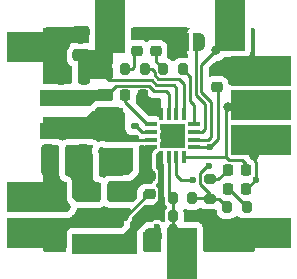
<source format=gtl>
%TF.GenerationSoftware,KiCad,Pcbnew,(6.0.0)*%
%TF.CreationDate,2022-08-29T11:13:11+02:00*%
%TF.ProjectId,LiIon_Charger,4c69496f-6e5f-4436-9861-726765722e6b,rev?*%
%TF.SameCoordinates,Original*%
%TF.FileFunction,Copper,L1,Top*%
%TF.FilePolarity,Positive*%
%FSLAX46Y46*%
G04 Gerber Fmt 4.6, Leading zero omitted, Abs format (unit mm)*
G04 Created by KiCad (PCBNEW (6.0.0)) date 2022-08-29 11:13:11*
%MOMM*%
%LPD*%
G01*
G04 APERTURE LIST*
G04 Aperture macros list*
%AMRoundRect*
0 Rectangle with rounded corners*
0 $1 Rounding radius*
0 $2 $3 $4 $5 $6 $7 $8 $9 X,Y pos of 4 corners*
0 Add a 4 corners polygon primitive as box body*
4,1,4,$2,$3,$4,$5,$6,$7,$8,$9,$2,$3,0*
0 Add four circle primitives for the rounded corners*
1,1,$1+$1,$2,$3*
1,1,$1+$1,$4,$5*
1,1,$1+$1,$6,$7*
1,1,$1+$1,$8,$9*
0 Add four rect primitives between the rounded corners*
20,1,$1+$1,$2,$3,$4,$5,0*
20,1,$1+$1,$4,$5,$6,$7,0*
20,1,$1+$1,$6,$7,$8,$9,0*
20,1,$1+$1,$8,$9,$2,$3,0*%
%AMFreePoly0*
4,1,5,2.500000,-1.250000,-2.500000,-1.250000,-2.500000,1.250000,2.500000,1.250000,2.500000,-1.250000,2.500000,-1.250000,$1*%
%AMFreePoly1*
4,1,22,0.500000,-0.750000,0.000000,-0.750000,0.000000,-0.745033,-0.079941,-0.743568,-0.215256,-0.701293,-0.333266,-0.622738,-0.424486,-0.514219,-0.481581,-0.384460,-0.499164,-0.250000,-0.500000,-0.250000,-0.500000,0.250000,-0.499164,0.250000,-0.499963,0.256109,-0.478152,0.396186,-0.417904,0.524511,-0.324060,0.630769,-0.204165,0.706417,-0.067858,0.745374,0.000000,0.744959,0.000000,0.750000,
0.500000,0.750000,0.500000,-0.750000,0.500000,-0.750000,$1*%
%AMFreePoly2*
4,1,20,0.000000,0.744959,0.073905,0.744508,0.209726,0.703889,0.328688,0.626782,0.421226,0.519385,0.479903,0.390333,0.500000,0.250000,0.500000,-0.250000,0.499851,-0.262216,0.476331,-0.402017,0.414519,-0.529596,0.319384,-0.634700,0.198574,-0.708877,0.061801,-0.746166,0.000000,-0.745033,0.000000,-0.750000,-0.500000,-0.750000,-0.500000,0.750000,0.000000,0.750000,0.000000,0.744959,
0.000000,0.744959,$1*%
G04 Aperture macros list end*
%TA.AperFunction,ComponentPad*%
%ADD10FreePoly0,90.000000*%
%TD*%
%TA.AperFunction,SMDPad,CuDef*%
%ADD11R,2.100000X1.400000*%
%TD*%
%TA.AperFunction,ComponentPad*%
%ADD12FreePoly0,0.000000*%
%TD*%
%TA.AperFunction,SMDPad,CuDef*%
%ADD13RoundRect,0.140000X0.170000X-0.140000X0.170000X0.140000X-0.170000X0.140000X-0.170000X-0.140000X0*%
%TD*%
%TA.AperFunction,SMDPad,CuDef*%
%ADD14RoundRect,0.250000X0.250000X0.475000X-0.250000X0.475000X-0.250000X-0.475000X0.250000X-0.475000X0*%
%TD*%
%TA.AperFunction,SMDPad,CuDef*%
%ADD15RoundRect,0.200000X-0.200000X-0.275000X0.200000X-0.275000X0.200000X0.275000X-0.200000X0.275000X0*%
%TD*%
%TA.AperFunction,SMDPad,CuDef*%
%ADD16RoundRect,0.225000X-0.225000X-0.250000X0.225000X-0.250000X0.225000X0.250000X-0.225000X0.250000X0*%
%TD*%
%TA.AperFunction,SMDPad,CuDef*%
%ADD17RoundRect,0.218750X0.218750X0.256250X-0.218750X0.256250X-0.218750X-0.256250X0.218750X-0.256250X0*%
%TD*%
%TA.AperFunction,SMDPad,CuDef*%
%ADD18RoundRect,0.250000X-0.475000X0.250000X-0.475000X-0.250000X0.475000X-0.250000X0.475000X0.250000X0*%
%TD*%
%TA.AperFunction,SMDPad,CuDef*%
%ADD19R,4.200000X1.400000*%
%TD*%
%TA.AperFunction,SMDPad,CuDef*%
%ADD20RoundRect,0.250000X-0.450000X0.262500X-0.450000X-0.262500X0.450000X-0.262500X0.450000X0.262500X0*%
%TD*%
%TA.AperFunction,SMDPad,CuDef*%
%ADD21RoundRect,0.225000X0.250000X-0.225000X0.250000X0.225000X-0.250000X0.225000X-0.250000X-0.225000X0*%
%TD*%
%TA.AperFunction,SMDPad,CuDef*%
%ADD22RoundRect,0.200000X0.200000X0.275000X-0.200000X0.275000X-0.200000X-0.275000X0.200000X-0.275000X0*%
%TD*%
%TA.AperFunction,SMDPad,CuDef*%
%ADD23RoundRect,0.225000X-0.250000X0.225000X-0.250000X-0.225000X0.250000X-0.225000X0.250000X0.225000X0*%
%TD*%
%TA.AperFunction,SMDPad,CuDef*%
%ADD24FreePoly1,180.000000*%
%TD*%
%TA.AperFunction,SMDPad,CuDef*%
%ADD25FreePoly2,180.000000*%
%TD*%
%TA.AperFunction,SMDPad,CuDef*%
%ADD26RoundRect,0.075000X0.075000X-0.462500X0.075000X0.462500X-0.075000X0.462500X-0.075000X-0.462500X0*%
%TD*%
%TA.AperFunction,SMDPad,CuDef*%
%ADD27RoundRect,0.075000X0.462500X-0.075000X0.462500X0.075000X-0.462500X0.075000X-0.462500X-0.075000X0*%
%TD*%
%TA.AperFunction,ComponentPad*%
%ADD28C,0.600000*%
%TD*%
%TA.AperFunction,SMDPad,CuDef*%
%ADD29R,2.150000X2.150000*%
%TD*%
%TA.AperFunction,SMDPad,CuDef*%
%ADD30RoundRect,0.200000X0.275000X-0.200000X0.275000X0.200000X-0.275000X0.200000X-0.275000X-0.200000X0*%
%TD*%
%TA.AperFunction,SMDPad,CuDef*%
%ADD31RoundRect,0.250000X0.475000X-0.250000X0.475000X0.250000X-0.475000X0.250000X-0.475000X-0.250000X0*%
%TD*%
%TA.AperFunction,ComponentPad*%
%ADD32FreePoly0,180.000000*%
%TD*%
%TA.AperFunction,SMDPad,CuDef*%
%ADD33RoundRect,0.250000X-0.312500X-1.075000X0.312500X-1.075000X0.312500X1.075000X-0.312500X1.075000X0*%
%TD*%
%TA.AperFunction,ViaPad*%
%ADD34C,0.800000*%
%TD*%
%TA.AperFunction,ViaPad*%
%ADD35C,0.600000*%
%TD*%
%TA.AperFunction,Conductor*%
%ADD36C,0.250000*%
%TD*%
%TA.AperFunction,Conductor*%
%ADD37C,0.500000*%
%TD*%
G04 APERTURE END LIST*
D10*
%TO.P,j5,1,Pin_1*%
%TO.N,Net-(U1-Pad6)*%
X140817600Y-70916800D03*
%TD*%
D11*
%TO.P,D4,1,K*%
%TO.N,Net-(C3-Pad1)*%
X131724400Y-85303000D03*
%TO.P,D4,2,A*%
%TO.N,Net-(C1-Pad1)*%
X131724400Y-89703000D03*
%TD*%
D12*
%TO.P,H2,1,1*%
%TO.N,GND*%
X143459200Y-75082400D03*
%TD*%
D13*
%TO.P,C5,1*%
%TO.N,Net-(C5-Pad1)*%
X132791200Y-80744000D03*
%TO.P,C5,2*%
%TO.N,Net-(C5-Pad2)*%
X132791200Y-79784000D03*
%TD*%
D10*
%TO.P,j6,1,Pin_1*%
%TO.N,/Battery*%
X130683000Y-70916800D03*
%TD*%
D14*
%TO.P,C9,1*%
%TO.N,/Battery*%
X128432600Y-75539600D03*
%TO.P,C9,2*%
%TO.N,GND*%
X126532600Y-75539600D03*
%TD*%
D15*
%TO.P,R2,1*%
%TO.N,/NTC*%
X136004800Y-87426800D03*
%TO.P,R2,2*%
%TO.N,GND*%
X137654800Y-87426800D03*
%TD*%
D16*
%TO.P,C4,1*%
%TO.N,Net-(C4-Pad1)*%
X131940000Y-77165200D03*
%TO.P,C4,2*%
%TO.N,GND*%
X133490000Y-77165200D03*
%TD*%
D17*
%TO.P,D3,1,K*%
%TO.N,/~{CHGOK}*%
X142197500Y-83500000D03*
%TO.P,D3,2,A*%
%TO.N,Net-(D3-Pad2)*%
X140622500Y-83500000D03*
%TD*%
D12*
%TO.P,H4,1,1*%
%TO.N,GND*%
X124460000Y-73050400D03*
%TD*%
D18*
%TO.P,C1,1*%
%TO.N,Net-(C1-Pad1)*%
X134289800Y-87213400D03*
%TO.P,C1,2*%
%TO.N,GND*%
X134289800Y-89113400D03*
%TD*%
D19*
%TO.P,L1,1,1*%
%TO.N,Net-(C5-Pad1)*%
X126822200Y-80190800D03*
%TO.P,L1,2,2*%
%TO.N,Net-(L1-Pad2)*%
X126822200Y-77390800D03*
%TD*%
D20*
%TO.P,R7,1*%
%TO.N,/Battery*%
X130225800Y-75312900D03*
%TO.P,R7,2*%
%TO.N,Net-(L1-Pad2)*%
X130225800Y-77137900D03*
%TD*%
D21*
%TO.P,C7,1*%
%TO.N,Net-(C7-Pad1)*%
X132969000Y-73419000D03*
%TO.P,C7,2*%
%TO.N,GND*%
X132969000Y-71869000D03*
%TD*%
D12*
%TO.P,j4,1,Pin_1*%
%TO.N,/~{CHGOK}*%
X143459200Y-78003400D03*
%TD*%
D22*
%TO.P,R1,1*%
%TO.N,Net-(C2-Pad1)*%
X137654800Y-85902800D03*
%TO.P,R1,2*%
%TO.N,/NTC*%
X136004800Y-85902800D03*
%TD*%
D17*
%TO.P,D2,1,K*%
%TO.N,/~{ACOK}*%
X142214700Y-85115400D03*
%TO.P,D2,2,A*%
%TO.N,Net-(D2-Pad2)*%
X140639700Y-85115400D03*
%TD*%
D11*
%TO.P,D5,1,K*%
%TO.N,Net-(C5-Pad1)*%
X130759200Y-78927600D03*
%TO.P,D5,2,A*%
%TO.N,GND*%
X130759200Y-83327600D03*
%TD*%
D15*
%TO.P,R3,1*%
%TO.N,Net-(C2-Pad1)*%
X140602200Y-86639400D03*
%TO.P,R3,2*%
%TO.N,Net-(D2-Pad2)*%
X142252200Y-86639400D03*
%TD*%
D12*
%TO.P,H3,1,1*%
%TO.N,GND*%
X143459200Y-88849200D03*
%TD*%
D15*
%TO.P,R5,1*%
%TO.N,Net-(C7-Pad1)*%
X131966200Y-74980800D03*
%TO.P,R5,2*%
%TO.N,Net-(R5-Pad2)*%
X133616200Y-74980800D03*
%TD*%
D11*
%TO.P,D1,1,K*%
%TO.N,Net-(C1-Pad1)*%
X128651000Y-89703000D03*
%TO.P,D1,2,A*%
%TO.N,Net-(D1-Pad2)*%
X128651000Y-85303000D03*
%TD*%
D23*
%TO.P,C3,1*%
%TO.N,Net-(C3-Pad1)*%
X134040000Y-83984800D03*
%TO.P,C3,2*%
%TO.N,GND*%
X134040000Y-85534800D03*
%TD*%
D21*
%TO.P,C6,1*%
%TO.N,Net-(C6-Pad1)*%
X134543800Y-73419000D03*
%TO.P,C6,2*%
%TO.N,GND*%
X134543800Y-71869000D03*
%TD*%
D24*
%TO.P,JP1,1,A*%
%TO.N,Net-(JP1-Pad1)*%
X138191000Y-72694800D03*
D25*
%TO.P,JP1,2,B*%
%TO.N,GND*%
X136891000Y-72694800D03*
%TD*%
D26*
%TO.P,U1,1,VCC*%
%TO.N,Net-(C1-Pad1)*%
X134991200Y-82431700D03*
%TO.P,U1,2,NTC*%
%TO.N,/NTC*%
X135641200Y-82431700D03*
%TO.P,U1,3,~{ACOK}*%
%TO.N,/~{ACOK}*%
X136291200Y-82431700D03*
%TO.P,U1,4,~{CHGOK}*%
%TO.N,/~{CHGOK}*%
X136941200Y-82431700D03*
D27*
%TO.P,U1,5,VREF33*%
%TO.N,Net-(C2-Pad1)*%
X137803700Y-81569200D03*
%TO.P,U1,6,~{EN}*%
%TO.N,Net-(U1-Pad6)*%
X137803700Y-80919200D03*
%TO.P,U1,7,CELLS*%
%TO.N,Net-(JP1-Pad1)*%
X137803700Y-80269200D03*
%TO.P,U1,8,COMPV*%
%TO.N,Net-(R6-Pad2)*%
X137803700Y-79619200D03*
D26*
%TO.P,U1,9,COMPI*%
%TO.N,Net-(R5-Pad2)*%
X136941200Y-78756700D03*
%TO.P,U1,10,BATT*%
%TO.N,/Battery*%
X136291200Y-78756700D03*
%TO.P,U1,11,CSP*%
%TO.N,Net-(L1-Pad2)*%
X135641200Y-78756700D03*
%TO.P,U1,12,GND*%
%TO.N,GND*%
X134991200Y-78756700D03*
D27*
%TO.P,U1,13,TMR*%
%TO.N,Net-(C4-Pad1)*%
X134128700Y-79619200D03*
%TO.P,U1,14,BST*%
%TO.N,Net-(C5-Pad2)*%
X134128700Y-80269200D03*
%TO.P,U1,15,SW*%
%TO.N,Net-(C5-Pad1)*%
X134128700Y-80919200D03*
%TO.P,U1,16,VIN*%
%TO.N,Net-(C3-Pad1)*%
X134128700Y-81569200D03*
D28*
%TO.P,U1,17,NC*%
%TO.N,unconnected-(U1-Pad17)*%
X135191200Y-81369200D03*
X136741200Y-79819200D03*
X136741200Y-81369200D03*
X135191200Y-79819200D03*
D29*
X135966200Y-80594200D03*
D28*
X135966200Y-80594200D03*
X135966200Y-79819200D03*
X135966200Y-81369200D03*
X136741200Y-80594200D03*
X135191200Y-80594200D03*
%TD*%
D12*
%TO.P,H1,1,1*%
%TO.N,GND*%
X124460000Y-88798400D03*
%TD*%
D30*
%TO.P,R4,1*%
%TO.N,Net-(C2-Pad1)*%
X139115800Y-85915000D03*
%TO.P,R4,2*%
%TO.N,Net-(D3-Pad2)*%
X139115800Y-84265000D03*
%TD*%
D31*
%TO.P,C8,1*%
%TO.N,/Battery*%
X128193800Y-73721000D03*
%TO.P,C8,2*%
%TO.N,GND*%
X128193800Y-71821000D03*
%TD*%
D12*
%TO.P,j1,1,Pin_1*%
%TO.N,/Charger*%
X124460000Y-85775800D03*
%TD*%
D21*
%TO.P,C2,1*%
%TO.N,Net-(C2-Pad1)*%
X139725400Y-76492400D03*
%TO.P,C2,2*%
%TO.N,GND*%
X139725400Y-74942400D03*
%TD*%
D10*
%TO.P,j2,1,Pin_1*%
%TO.N,/NTC*%
X136779000Y-90906600D03*
%TD*%
D15*
%TO.P,R6,1*%
%TO.N,Net-(C6-Pad1)*%
X135192000Y-74980800D03*
%TO.P,R6,2*%
%TO.N,Net-(R6-Pad2)*%
X136842000Y-74980800D03*
%TD*%
D32*
%TO.P,j3,1,Pin_1*%
%TO.N,/~{ACOK}*%
X143459200Y-80949800D03*
%TD*%
D33*
%TO.P,F1,1*%
%TO.N,/Charger*%
X125435900Y-82677000D03*
%TO.P,F1,2*%
%TO.N,Net-(D1-Pad2)*%
X128360900Y-82677000D03*
%TD*%
D34*
%TO.N,Net-(U1-Pad6)*%
X139630000Y-73360000D03*
%TO.N,GND*%
X141040000Y-75220000D03*
%TO.N,/Battery*%
X130340000Y-73430000D03*
%TO.N,GND*%
X126830000Y-72960000D03*
%TO.N,/Charger*%
X126010000Y-84540000D03*
X126970000Y-86590000D03*
%TO.N,GND*%
X127010000Y-88130000D03*
%TO.N,/NTC*%
X136004800Y-88425200D03*
%TO.N,GND*%
X140870000Y-89010000D03*
%TO.N,/~{ACOK}*%
X142875000Y-82345000D03*
%TO.N,/~{CHGOK}*%
X140639800Y-78155800D03*
D35*
%TO.N,GND*%
X139570000Y-89600000D03*
X132270000Y-81950000D03*
X131927600Y-87528400D03*
X125450600Y-75565000D03*
X130124200Y-87528400D03*
X135890000Y-73736200D03*
X135740000Y-72760000D03*
X135661400Y-71882000D03*
X129971800Y-81864200D03*
X139550000Y-88410000D03*
X128270000Y-87528400D03*
X134210000Y-78520000D03*
X134650000Y-88350000D03*
X138820000Y-87400000D03*
X134620000Y-77800200D03*
X128193800Y-72593200D03*
X133750000Y-72030000D03*
X133654800Y-78003400D03*
%TO.N,Net-(C2-Pad1)*%
X139115800Y-81584800D03*
X139014200Y-83159600D03*
%TO.N,/~{ACOK}*%
X137668000Y-84328000D03*
X143002000Y-84328000D03*
%TD*%
D36*
%TO.N,/NTC*%
X136004800Y-88425200D02*
X136004800Y-87426800D01*
%TO.N,/~{ACOK}*%
X142875000Y-82345000D02*
X142875000Y-82651600D01*
%TO.N,Net-(U1-Pad6)*%
X139380000Y-73580000D02*
X140817600Y-72142400D01*
%TO.N,Net-(D3-Pad2)*%
X139857500Y-84265000D02*
X140622500Y-83500000D01*
X139115800Y-84265000D02*
X139857500Y-84265000D01*
%TO.N,/~{CHGOK}*%
X140496100Y-82431700D02*
X140744400Y-82680000D01*
X140744400Y-82680000D02*
X141887400Y-82680000D01*
X141887400Y-82680000D02*
X142197500Y-82990100D01*
X142197500Y-82990100D02*
X142197500Y-83500000D01*
%TO.N,Net-(C1-Pad1)*%
X134147600Y-87213400D02*
X134289800Y-87213400D01*
X131724400Y-89703000D02*
X132470800Y-89703000D01*
X134289800Y-86614000D02*
X134289800Y-87213400D01*
X134848600Y-86055200D02*
X134289800Y-86614000D01*
X132470800Y-89703000D02*
X132638800Y-89535000D01*
X132638800Y-89535000D02*
X132638800Y-88722200D01*
X132638800Y-88722200D02*
X134147600Y-87213400D01*
X134991200Y-82431700D02*
X134848600Y-82574300D01*
X134848600Y-82574300D02*
X134848600Y-86055200D01*
%TO.N,GND*%
X125476000Y-75539600D02*
X125450600Y-75565000D01*
X133921200Y-85534800D02*
X131927600Y-87528400D01*
X134035800Y-85534800D02*
X133921200Y-85534800D01*
X128193800Y-72593200D02*
X128193800Y-71821000D01*
%TO.N,Net-(C2-Pad1)*%
X138303000Y-83718400D02*
X138303000Y-84683600D01*
X139801600Y-80899000D02*
X139801600Y-76568600D01*
X139115800Y-85915000D02*
X139877800Y-85915000D01*
X138303000Y-84683600D02*
X139115800Y-85496400D01*
X137654800Y-85902800D02*
X139103600Y-85902800D01*
X139103600Y-85902800D02*
X139115800Y-85915000D01*
X138861800Y-83159600D02*
X138303000Y-83718400D01*
X139115800Y-85496400D02*
X139115800Y-85915000D01*
X139801600Y-76568600D02*
X139725400Y-76492400D01*
X137803700Y-81569200D02*
X139131400Y-81569200D01*
X139014200Y-83159600D02*
X138861800Y-83159600D01*
X139115800Y-81584800D02*
X139131400Y-81569200D01*
X139131400Y-81569200D02*
X139801600Y-80899000D01*
X139877800Y-85915000D02*
X140602200Y-86639400D01*
%TO.N,Net-(C4-Pad1)*%
X133797400Y-79619200D02*
X134128700Y-79619200D01*
X131940000Y-77761800D02*
X133797400Y-79619200D01*
X131940000Y-77165200D02*
X131940000Y-77761800D01*
%TO.N,Net-(C5-Pad1)*%
X134128700Y-80919200D02*
X132966400Y-80919200D01*
X132966400Y-80919200D02*
X132791200Y-80744000D01*
%TO.N,Net-(C6-Pad1)*%
X135192000Y-74943200D02*
X134543800Y-74295000D01*
X135192000Y-74980800D02*
X135192000Y-74943200D01*
X134543800Y-74295000D02*
X134543800Y-73419000D01*
%TO.N,Net-(C7-Pad1)*%
X132740400Y-73647600D02*
X132969000Y-73419000D01*
X132740400Y-74803000D02*
X132740400Y-73647600D01*
X132562600Y-74980800D02*
X132740400Y-74803000D01*
X131966200Y-74980800D02*
X132562600Y-74980800D01*
%TO.N,/Battery*%
X134594600Y-76301600D02*
X134188200Y-75895200D01*
X136067800Y-76301600D02*
X134594600Y-76301600D01*
X130456300Y-75312900D02*
X130225800Y-75312900D01*
X136291200Y-76525000D02*
X136067800Y-76301600D01*
X128659300Y-75312900D02*
X128432600Y-75539600D01*
X130225800Y-75539600D02*
X130225800Y-75312900D01*
X134188200Y-75895200D02*
X130581400Y-75895200D01*
X136291200Y-78756700D02*
X136291200Y-76525000D01*
X130581400Y-75895200D02*
X130225800Y-75539600D01*
X130251200Y-75287500D02*
X130225800Y-75312900D01*
%TO.N,/Charger*%
X125435900Y-84723700D02*
X124383800Y-85775800D01*
%TO.N,/~{ACOK}*%
X143002000Y-82778600D02*
X143002000Y-84328000D01*
X136702800Y-84328000D02*
X136291200Y-83916400D01*
X143459200Y-80949800D02*
X142875000Y-81534000D01*
X142875000Y-82651600D02*
X143002000Y-82778600D01*
X142214700Y-85115400D02*
X142214700Y-85115300D01*
X137668000Y-84328000D02*
X136702800Y-84328000D01*
X142214700Y-85115300D02*
X143002000Y-84328000D01*
X142875000Y-81534000D02*
X142875000Y-82345000D01*
X136291200Y-83916400D02*
X136291200Y-82431700D01*
%TO.N,/~{CHGOK}*%
X136941200Y-82431700D02*
X140496100Y-82431700D01*
X140496100Y-82431700D02*
X140496100Y-78299500D01*
X143306800Y-78155800D02*
X143459200Y-78003400D01*
X140496100Y-78299500D02*
X140639800Y-78155800D01*
X140639800Y-78155800D02*
X143306800Y-78155800D01*
%TO.N,Net-(L1-Pad2)*%
X133985000Y-76352400D02*
X131216400Y-76352400D01*
X130430900Y-77137900D02*
X130225800Y-77137900D01*
X135641200Y-78756700D02*
X135641200Y-77018000D01*
X134416800Y-76784200D02*
X133985000Y-76352400D01*
X135641200Y-77018000D02*
X135407400Y-76784200D01*
X131216400Y-76352400D02*
X130430900Y-77137900D01*
X135407400Y-76784200D02*
X134416800Y-76784200D01*
%TO.N,/NTC*%
X135641200Y-85539200D02*
X136004800Y-85902800D01*
X136004800Y-87426800D02*
X136004800Y-85902800D01*
X136779000Y-89662000D02*
X136004800Y-88887800D01*
X136004800Y-88887800D02*
X136004800Y-88425200D01*
X135641200Y-82431700D02*
X135641200Y-85539200D01*
X136779000Y-90906600D02*
X136779000Y-89662000D01*
%TO.N,Net-(R6-Pad2)*%
X137803700Y-78012100D02*
X137464800Y-77673200D01*
X137464800Y-75603600D02*
X136842000Y-74980800D01*
X137803700Y-79619200D02*
X137803700Y-78012100D01*
X137464800Y-77673200D02*
X137464800Y-75603600D01*
%TO.N,Net-(JP1-Pad1)*%
X137803700Y-80269200D02*
X138424800Y-80269200D01*
X137922000Y-72963800D02*
X138191000Y-72694800D01*
X138684000Y-77901800D02*
X137922000Y-77139800D01*
X138684000Y-80010000D02*
X138684000Y-77901800D01*
X137922000Y-77139800D02*
X137922000Y-72963800D01*
X138424800Y-80269200D02*
X138684000Y-80010000D01*
%TO.N,Net-(C5-Pad2)*%
X134128700Y-80269200D02*
X133380600Y-80269200D01*
X133380600Y-80269200D02*
X132895400Y-79784000D01*
X132895400Y-79784000D02*
X132791200Y-79784000D01*
%TO.N,Net-(D2-Pad2)*%
X140728200Y-85115400D02*
X142252200Y-86639400D01*
X140639700Y-85115400D02*
X140728200Y-85115400D01*
%TO.N,Net-(U1-Pad6)*%
X138963400Y-73990200D02*
X138969800Y-73990200D01*
X138969800Y-73990200D02*
X139380000Y-73580000D01*
X140817600Y-72142400D02*
X140817600Y-71041820D01*
X138994000Y-80919200D02*
X139242800Y-80670400D01*
X139242800Y-77774800D02*
X138379200Y-76911200D01*
X138379200Y-76911200D02*
X138379200Y-74574400D01*
X138379200Y-74574400D02*
X138963400Y-73990200D01*
X137803700Y-80919200D02*
X138994000Y-80919200D01*
X139242800Y-80670400D02*
X139242800Y-77774800D01*
%TO.N,Net-(R5-Pad2)*%
X134188200Y-74980800D02*
X133616200Y-74980800D01*
X134772400Y-75819000D02*
X134442200Y-75488800D01*
X134442200Y-75488800D02*
X134442200Y-75234800D01*
X134442200Y-75234800D02*
X134188200Y-74980800D01*
X136941200Y-76209800D02*
X136550400Y-75819000D01*
X136941200Y-78756700D02*
X136941200Y-76209800D01*
X136550400Y-75819000D02*
X134772400Y-75819000D01*
D37*
%TO.N,Net-(D1-Pad2)*%
X128360900Y-82677000D02*
X128360900Y-85012900D01*
D36*
X128360900Y-85012900D02*
X128651000Y-85303000D01*
%TD*%
%TA.AperFunction,Conductor*%
%TO.N,Net-(L1-Pad2)*%
G36*
X130761450Y-76657197D02*
G01*
X130829570Y-76677201D01*
X130876062Y-76730857D01*
X130887447Y-76783387D01*
X130886369Y-77496415D01*
X130866264Y-77564506D01*
X130812538Y-77610918D01*
X130760386Y-77622225D01*
X129463779Y-77622400D01*
X129456249Y-77629931D01*
X129456248Y-77629931D01*
X129068905Y-78017293D01*
X129006593Y-78051320D01*
X128979807Y-78054200D01*
X125094000Y-78054200D01*
X125025879Y-78034198D01*
X124979386Y-77980542D01*
X124968000Y-77928200D01*
X124968000Y-76859400D01*
X124988002Y-76791279D01*
X125041658Y-76744786D01*
X125094000Y-76733400D01*
X126019965Y-76733400D01*
X126059632Y-76739807D01*
X126121211Y-76760232D01*
X126121213Y-76760232D01*
X126127739Y-76762397D01*
X126134575Y-76763097D01*
X126134578Y-76763098D01*
X126177631Y-76767509D01*
X126232200Y-76773100D01*
X126833000Y-76773100D01*
X126836246Y-76772763D01*
X126836250Y-76772763D01*
X126931908Y-76762838D01*
X126931912Y-76762837D01*
X126938766Y-76762126D01*
X126945302Y-76759945D01*
X126945304Y-76759945D01*
X127005457Y-76739876D01*
X127045333Y-76733400D01*
X127919965Y-76733400D01*
X127959632Y-76739807D01*
X128021211Y-76760232D01*
X128021213Y-76760232D01*
X128027739Y-76762397D01*
X128034575Y-76763097D01*
X128034578Y-76763098D01*
X128077631Y-76767509D01*
X128132200Y-76773100D01*
X128733000Y-76773100D01*
X128736246Y-76772763D01*
X128736250Y-76772763D01*
X128831908Y-76762838D01*
X128831912Y-76762837D01*
X128838766Y-76762126D01*
X128845302Y-76759945D01*
X128845304Y-76759945D01*
X128905457Y-76739876D01*
X128945333Y-76733400D01*
X129616200Y-76733400D01*
X129657078Y-76693265D01*
X129719700Y-76659813D01*
X129745354Y-76657174D01*
X130761450Y-76657197D01*
G37*
%TD.AperFunction*%
%TD*%
%TA.AperFunction,Conductor*%
%TO.N,/Battery*%
G36*
X131895121Y-71444802D02*
G01*
X131941614Y-71498458D01*
X131953000Y-71550800D01*
X131953000Y-73457800D01*
X131932998Y-73525921D01*
X131879342Y-73572414D01*
X131827000Y-73583800D01*
X130886200Y-73583800D01*
X130886027Y-73596926D01*
X130886027Y-73596927D01*
X130861474Y-75462983D01*
X130840578Y-75530834D01*
X130824580Y-75550420D01*
X130643705Y-75731295D01*
X130581393Y-75765321D01*
X130554610Y-75768200D01*
X128778000Y-75768200D01*
X128778000Y-75972400D01*
X128757998Y-76040521D01*
X128704342Y-76087014D01*
X128652000Y-76098400D01*
X128116600Y-76098400D01*
X128048479Y-76078398D01*
X128001986Y-76024742D01*
X127990600Y-75972400D01*
X127990600Y-74117200D01*
X127684800Y-74117200D01*
X127616679Y-74097198D01*
X127570186Y-74043542D01*
X127558800Y-73991200D01*
X127558800Y-73548441D01*
X127575680Y-73485443D01*
X127629169Y-73392798D01*
X127680551Y-73343806D01*
X127738287Y-73329800D01*
X127832195Y-73329800D01*
X127876115Y-73337703D01*
X127990358Y-73380190D01*
X127990360Y-73380190D01*
X127996968Y-73382648D01*
X128073045Y-73392799D01*
X128169780Y-73405707D01*
X128169784Y-73405707D01*
X128176761Y-73406638D01*
X128183772Y-73406000D01*
X128183776Y-73406000D01*
X128328821Y-73392799D01*
X128357400Y-73390198D01*
X128364102Y-73388020D01*
X128364104Y-73388020D01*
X128524307Y-73335967D01*
X128563243Y-73329800D01*
X129387600Y-73329800D01*
X129387600Y-72333635D01*
X129394007Y-72293968D01*
X129414432Y-72232389D01*
X129414432Y-72232387D01*
X129416597Y-72225861D01*
X129427300Y-72121400D01*
X129427300Y-71550800D01*
X129447302Y-71482679D01*
X129500958Y-71436186D01*
X129553300Y-71424800D01*
X131827000Y-71424800D01*
X131895121Y-71444802D01*
G37*
%TD.AperFunction*%
%TD*%
%TA.AperFunction,Conductor*%
%TO.N,Net-(C5-Pad1)*%
G36*
X131428627Y-78150402D02*
G01*
X131449601Y-78167305D01*
X131449779Y-78167483D01*
X131462619Y-78182516D01*
X131474528Y-78198907D01*
X131508605Y-78227098D01*
X131517384Y-78235088D01*
X131890695Y-78608399D01*
X131924721Y-78670711D01*
X131927600Y-78697494D01*
X131927600Y-79908400D01*
X131936756Y-79917556D01*
X131970782Y-79979868D01*
X131973273Y-79996764D01*
X131975594Y-80026254D01*
X131977389Y-80032431D01*
X132013276Y-80155956D01*
X132021306Y-80183597D01*
X132104712Y-80324629D01*
X132220571Y-80440488D01*
X132361603Y-80523894D01*
X132369214Y-80526105D01*
X132369216Y-80526106D01*
X132420195Y-80540916D01*
X132518946Y-80569606D01*
X132525351Y-80570110D01*
X132525356Y-80570111D01*
X132553260Y-80572307D01*
X132553268Y-80572307D01*
X132555716Y-80572500D01*
X132735806Y-80572500D01*
X132803927Y-80592502D01*
X132824901Y-80609405D01*
X132876943Y-80661447D01*
X132884487Y-80669737D01*
X132888600Y-80676218D01*
X132894377Y-80681643D01*
X132938267Y-80722858D01*
X132941109Y-80725613D01*
X132960830Y-80745334D01*
X132964025Y-80747812D01*
X132973046Y-80755517D01*
X132988301Y-80769842D01*
X132990569Y-80771972D01*
X133026535Y-80833185D01*
X133023698Y-80904125D01*
X132982958Y-80962269D01*
X132972438Y-80969821D01*
X132894772Y-81019734D01*
X132894768Y-81019737D01*
X132890990Y-81022165D01*
X132887595Y-81025107D01*
X132887592Y-81025109D01*
X132857320Y-81051340D01*
X132837334Y-81068658D01*
X132834393Y-81072052D01*
X132823942Y-81084113D01*
X132764216Y-81122496D01*
X132728718Y-81127600D01*
X130335269Y-81127600D01*
X130293002Y-81120299D01*
X130164225Y-81074443D01*
X130164220Y-81074442D01*
X130157590Y-81072081D01*
X130150602Y-81071248D01*
X130150599Y-81071247D01*
X130022447Y-81055966D01*
X129977480Y-81050604D01*
X129970477Y-81051340D01*
X129970476Y-81051340D01*
X129804088Y-81068828D01*
X129804086Y-81068829D01*
X129797088Y-81069564D01*
X129705752Y-81100657D01*
X129634821Y-81103675D01*
X129573517Y-81067865D01*
X129564406Y-81057057D01*
X129563587Y-81055966D01*
X129563586Y-81055965D01*
X129558178Y-81048766D01*
X129550959Y-81043381D01*
X129550957Y-81043379D01*
X129445889Y-80965002D01*
X129445887Y-80965001D01*
X129442280Y-80962310D01*
X129379911Y-80928390D01*
X129337577Y-80912681D01*
X129262504Y-80884824D01*
X129244351Y-80878088D01*
X129235361Y-80877460D01*
X129235360Y-80877460D01*
X129199347Y-80874946D01*
X129100110Y-80868016D01*
X129095630Y-80868344D01*
X129095623Y-80868344D01*
X129047245Y-80871886D01*
X129029303Y-80873200D01*
X128976561Y-80884766D01*
X128909908Y-80881283D01*
X128834792Y-80856369D01*
X128834790Y-80856369D01*
X128828261Y-80854203D01*
X128821425Y-80853503D01*
X128821422Y-80853502D01*
X128778369Y-80849091D01*
X128723800Y-80843500D01*
X127998000Y-80843500D01*
X127994754Y-80843837D01*
X127994750Y-80843837D01*
X127899092Y-80853762D01*
X127899088Y-80853763D01*
X127892234Y-80854474D01*
X127885698Y-80856655D01*
X127885696Y-80856655D01*
X127801264Y-80884824D01*
X127761388Y-80891300D01*
X127026000Y-80891300D01*
X126918020Y-80902909D01*
X126914736Y-80903623D01*
X126914732Y-80903624D01*
X126889661Y-80909078D01*
X126865678Y-80914295D01*
X126762628Y-80948593D01*
X126756000Y-80952853D01*
X126755995Y-80952855D01*
X126717158Y-80977815D01*
X126649037Y-80997818D01*
X126596694Y-80986432D01*
X126592494Y-80984514D01*
X126477240Y-80931879D01*
X126453486Y-80924904D01*
X126413442Y-80913146D01*
X126413438Y-80913145D01*
X126409119Y-80911877D01*
X126404671Y-80911237D01*
X126404664Y-80911236D01*
X126270448Y-80891939D01*
X126270441Y-80891938D01*
X126266000Y-80891300D01*
X126035456Y-80891300D01*
X125995789Y-80884893D01*
X125984728Y-80881224D01*
X125945853Y-80868330D01*
X125909789Y-80856368D01*
X125909787Y-80856368D01*
X125903261Y-80854203D01*
X125896425Y-80853503D01*
X125896422Y-80853502D01*
X125853369Y-80849091D01*
X125798800Y-80843500D01*
X125094000Y-80843500D01*
X125025879Y-80823498D01*
X124979386Y-80769842D01*
X124968000Y-80717500D01*
X124968000Y-79145400D01*
X124988002Y-79077279D01*
X125041658Y-79030786D01*
X125094000Y-79019400D01*
X128701800Y-79019400D01*
X129189154Y-78532046D01*
X129234213Y-78503087D01*
X129250063Y-78497175D01*
X129312375Y-78463148D01*
X129428124Y-78376494D01*
X129610759Y-78193850D01*
X129673071Y-78159823D01*
X129712696Y-78157599D01*
X129722193Y-78158572D01*
X129722204Y-78158573D01*
X129725400Y-78158900D01*
X130726200Y-78158900D01*
X130729446Y-78158563D01*
X130729450Y-78158563D01*
X130825108Y-78148638D01*
X130825112Y-78148637D01*
X130831966Y-78147926D01*
X130838502Y-78145745D01*
X130838504Y-78145745D01*
X130865087Y-78136876D01*
X130904963Y-78130400D01*
X131360506Y-78130400D01*
X131428627Y-78150402D01*
G37*
%TD.AperFunction*%
%TD*%
%TA.AperFunction,Conductor*%
%TO.N,Net-(D1-Pad2)*%
G36*
X129199572Y-81408580D02*
G01*
X129233702Y-81470834D01*
X129229028Y-81540919D01*
X129186766Y-81657034D01*
X129180997Y-81672885D01*
X129158263Y-81852840D01*
X129175963Y-82033360D01*
X129233218Y-82205473D01*
X129236867Y-82211499D01*
X129238381Y-82214775D01*
X129250000Y-82267624D01*
X129250000Y-82380954D01*
X129241982Y-82425183D01*
X129207455Y-82517284D01*
X129200700Y-82579466D01*
X129200700Y-84075734D01*
X129207455Y-84137916D01*
X129258585Y-84274305D01*
X129345939Y-84390861D01*
X129462495Y-84478215D01*
X129598884Y-84529345D01*
X129661066Y-84536100D01*
X129773938Y-84536100D01*
X129842059Y-84556102D01*
X129888552Y-84609758D01*
X129897491Y-84637389D01*
X129897553Y-84637699D01*
X129900000Y-84662410D01*
X129900000Y-85887590D01*
X129897579Y-85912171D01*
X129882054Y-85990223D01*
X129863241Y-86035642D01*
X129847785Y-86058774D01*
X129826056Y-86091294D01*
X129791295Y-86126055D01*
X129735642Y-86163241D01*
X129690225Y-86182053D01*
X129621876Y-86195649D01*
X129612171Y-86197579D01*
X129587590Y-86200000D01*
X127866624Y-86200000D01*
X127798503Y-86179998D01*
X127757505Y-86137000D01*
X127712341Y-86058774D01*
X127709040Y-86053056D01*
X127698225Y-86041044D01*
X127585675Y-85916045D01*
X127585674Y-85916044D01*
X127581253Y-85911134D01*
X127525668Y-85870749D01*
X127482314Y-85814527D01*
X127473729Y-85768813D01*
X127473729Y-84525800D01*
X127468500Y-84452689D01*
X127427304Y-84312389D01*
X127366956Y-84218486D01*
X127353122Y-84196959D01*
X127353120Y-84196956D01*
X127348250Y-84189379D01*
X127288859Y-84137916D01*
X127244555Y-84099526D01*
X127244552Y-84099524D01*
X127237743Y-84093624D01*
X127104734Y-84032881D01*
X127095811Y-84031598D01*
X127008068Y-84018982D01*
X126943487Y-83989489D01*
X126905104Y-83929763D01*
X126900000Y-83894265D01*
X126900000Y-81525300D01*
X126920002Y-81457179D01*
X126973658Y-81410686D01*
X127026000Y-81399300D01*
X128970334Y-81399300D01*
X129032516Y-81392545D01*
X129066396Y-81379844D01*
X129137203Y-81374660D01*
X129199572Y-81408580D01*
G37*
%TD.AperFunction*%
%TD*%
%TA.AperFunction,Conductor*%
%TO.N,Net-(C3-Pad1)*%
G36*
X133526356Y-81400496D02*
G01*
X133533074Y-81403919D01*
X133542865Y-81405470D01*
X133542866Y-81405470D01*
X133558080Y-81407880D01*
X133632712Y-81419700D01*
X134414700Y-81419700D01*
X134482821Y-81439702D01*
X134529314Y-81493358D01*
X134540700Y-81545700D01*
X134540700Y-81623135D01*
X134520698Y-81691256D01*
X134479417Y-81731245D01*
X134444457Y-81752173D01*
X134440298Y-81755777D01*
X134393666Y-81796183D01*
X134393662Y-81796187D01*
X134390801Y-81798666D01*
X134388261Y-81801467D01*
X134388256Y-81801472D01*
X134340442Y-81854202D01*
X134334392Y-81860874D01*
X134284179Y-81964573D01*
X134264177Y-82032694D01*
X134263537Y-82037142D01*
X134263536Y-82037149D01*
X134250639Y-82126852D01*
X134250638Y-82126859D01*
X134250000Y-82131300D01*
X134250000Y-83272778D01*
X134255356Y-83333774D01*
X134263010Y-83377021D01*
X134273835Y-83421214D01*
X134326077Y-83523906D01*
X134345314Y-83549962D01*
X134348468Y-83554235D01*
X134372836Y-83620919D01*
X134373100Y-83629072D01*
X134373100Y-84333995D01*
X134353098Y-84402116D01*
X134344975Y-84413344D01*
X134334392Y-84426396D01*
X134284179Y-84530095D01*
X134282713Y-84535086D01*
X134282712Y-84535090D01*
X134265445Y-84593897D01*
X134264177Y-84598216D01*
X134263757Y-84601135D01*
X134229916Y-84663101D01*
X134167601Y-84697122D01*
X134140826Y-84700000D01*
X133524264Y-84700000D01*
X133409459Y-84722836D01*
X133399140Y-84729731D01*
X133317278Y-84784429D01*
X133317274Y-84784432D01*
X133312132Y-84787868D01*
X133087868Y-85012132D01*
X133084432Y-85017274D01*
X133084429Y-85017278D01*
X133033983Y-85092777D01*
X133022836Y-85109459D01*
X133000000Y-85224264D01*
X133000000Y-85731352D01*
X132979998Y-85799473D01*
X132963095Y-85820447D01*
X132620447Y-86163095D01*
X132558135Y-86197121D01*
X132531352Y-86200000D01*
X130762410Y-86200000D01*
X130737829Y-86197579D01*
X130728124Y-86195649D01*
X130659775Y-86182053D01*
X130614358Y-86163241D01*
X130558705Y-86126055D01*
X130523944Y-86091294D01*
X130486759Y-86035642D01*
X130467946Y-85990223D01*
X130452421Y-85912171D01*
X130450000Y-85887590D01*
X130450000Y-84712410D01*
X130452421Y-84687829D01*
X130467946Y-84609777D01*
X130486759Y-84564358D01*
X130523945Y-84508705D01*
X130558705Y-84473945D01*
X130614358Y-84436759D01*
X130659775Y-84417947D01*
X130737828Y-84402421D01*
X130762410Y-84400000D01*
X132325736Y-84400000D01*
X132440541Y-84377164D01*
X132505148Y-84333995D01*
X132532722Y-84315571D01*
X132532726Y-84315568D01*
X132537868Y-84312132D01*
X133062132Y-83787868D01*
X133065568Y-83782726D01*
X133065571Y-83782722D01*
X133120269Y-83700860D01*
X133127164Y-83690541D01*
X133150000Y-83575736D01*
X133150000Y-81520700D01*
X133170002Y-81452579D01*
X133223658Y-81406086D01*
X133276000Y-81394700D01*
X133489765Y-81394700D01*
X133526356Y-81400496D01*
G37*
%TD.AperFunction*%
%TD*%
%TA.AperFunction,Conductor*%
%TO.N,GND*%
G36*
X138437256Y-86701530D02*
G01*
X138458485Y-86711805D01*
X138547101Y-86765472D01*
X138554348Y-86767743D01*
X138554350Y-86767744D01*
X138593230Y-86779928D01*
X138710738Y-86816753D01*
X138784165Y-86823500D01*
X138787063Y-86823500D01*
X139116660Y-86823499D01*
X139447434Y-86823499D01*
X139450292Y-86823236D01*
X139450301Y-86823236D01*
X139485804Y-86819974D01*
X139520862Y-86816753D01*
X139530020Y-86813883D01*
X139531746Y-86813852D01*
X139533796Y-86813441D01*
X139533871Y-86813813D01*
X139601002Y-86812596D01*
X139661414Y-86849891D01*
X139692073Y-86913926D01*
X139693701Y-86934116D01*
X139693701Y-86971034D01*
X139700447Y-87044462D01*
X139702446Y-87050840D01*
X139702446Y-87050841D01*
X139739602Y-87169404D01*
X139751728Y-87208099D01*
X139840561Y-87354781D01*
X139961819Y-87476039D01*
X140108501Y-87564872D01*
X140115748Y-87567143D01*
X140115750Y-87567144D01*
X140140985Y-87575052D01*
X140272138Y-87616153D01*
X140345565Y-87622900D01*
X140348463Y-87622900D01*
X140602865Y-87622899D01*
X140858834Y-87622899D01*
X140861692Y-87622636D01*
X140861701Y-87622636D01*
X140897204Y-87619374D01*
X140932262Y-87616153D01*
X140982051Y-87600550D01*
X141088650Y-87567144D01*
X141088652Y-87567143D01*
X141095899Y-87564872D01*
X141242581Y-87476039D01*
X141338105Y-87380515D01*
X141400417Y-87346489D01*
X141471232Y-87351554D01*
X141516295Y-87380515D01*
X141611819Y-87476039D01*
X141758501Y-87564872D01*
X141765748Y-87567143D01*
X141765750Y-87567144D01*
X141790985Y-87575052D01*
X141922138Y-87616153D01*
X141995565Y-87622900D01*
X141998463Y-87622900D01*
X142252865Y-87622899D01*
X142508834Y-87622899D01*
X142511692Y-87622636D01*
X142511701Y-87622636D01*
X142547204Y-87619374D01*
X142582262Y-87616153D01*
X142632051Y-87600550D01*
X142738650Y-87567144D01*
X142738652Y-87567143D01*
X142745899Y-87564872D01*
X142752396Y-87560937D01*
X142752399Y-87560936D01*
X142760731Y-87555890D01*
X142829361Y-87537712D01*
X142896924Y-87559524D01*
X142941969Y-87614400D01*
X142952000Y-87663667D01*
X142952000Y-90142029D01*
X142951019Y-90157723D01*
X142946853Y-90190909D01*
X142948280Y-90199773D01*
X142948436Y-90208746D01*
X142947418Y-90208764D01*
X142947678Y-90230331D01*
X142945877Y-90243529D01*
X142933606Y-90283093D01*
X142921958Y-90306260D01*
X142897521Y-90339706D01*
X142878984Y-90357847D01*
X142845015Y-90381562D01*
X142821604Y-90392707D01*
X142781783Y-90404123D01*
X142768745Y-90405616D01*
X142748938Y-90406118D01*
X142741683Y-90404605D01*
X142732740Y-90405312D01*
X142732738Y-90405312D01*
X142693590Y-90408408D01*
X142683657Y-90408800D01*
X138668729Y-90408800D01*
X138600608Y-90388798D01*
X138554115Y-90335142D01*
X138542729Y-90282800D01*
X138542729Y-88406600D01*
X138537500Y-88333489D01*
X138496304Y-88193189D01*
X138471035Y-88153870D01*
X138422122Y-88077759D01*
X138422120Y-88077756D01*
X138417250Y-88070179D01*
X138349664Y-88011615D01*
X138313555Y-87980326D01*
X138313552Y-87980324D01*
X138306743Y-87974424D01*
X138173734Y-87913681D01*
X138029000Y-87892871D01*
X137038913Y-87892871D01*
X136970792Y-87872869D01*
X136924299Y-87819213D01*
X136913052Y-87761133D01*
X136913300Y-87758435D01*
X136913299Y-87095166D01*
X136906553Y-87021738D01*
X136889760Y-86968151D01*
X136871810Y-86910872D01*
X136870526Y-86839887D01*
X136907823Y-86779476D01*
X136971860Y-86748820D01*
X137042305Y-86757652D01*
X137057309Y-86765414D01*
X137161101Y-86828272D01*
X137168348Y-86830543D01*
X137168350Y-86830544D01*
X137198164Y-86839887D01*
X137324738Y-86879553D01*
X137398165Y-86886300D01*
X137401063Y-86886300D01*
X137655465Y-86886299D01*
X137911434Y-86886299D01*
X137914292Y-86886036D01*
X137914301Y-86886036D01*
X137949804Y-86882774D01*
X137984862Y-86879553D01*
X137991247Y-86877552D01*
X138141250Y-86830544D01*
X138141252Y-86830543D01*
X138148499Y-86828272D01*
X138295181Y-86739439D01*
X138304129Y-86730491D01*
X138366441Y-86696465D01*
X138437256Y-86701530D01*
G37*
%TD.AperFunction*%
%TA.AperFunction,Conductor*%
G36*
X134716419Y-88284889D02*
G01*
X134724162Y-88290146D01*
X134732090Y-88295970D01*
X134736105Y-88298920D01*
X134736645Y-88299300D01*
X134736676Y-88299322D01*
X134743995Y-88304468D01*
X134744688Y-88304955D01*
X134762235Y-88316755D01*
X134766924Y-88318896D01*
X134766925Y-88318897D01*
X134798877Y-88333489D01*
X134893761Y-88376821D01*
X134917526Y-88383799D01*
X134924770Y-88385926D01*
X134984496Y-88424310D01*
X135013989Y-88488891D01*
X135015271Y-88506822D01*
X135015271Y-90282800D01*
X134995269Y-90350921D01*
X134941613Y-90397414D01*
X134889271Y-90408800D01*
X133603000Y-90408800D01*
X133534879Y-90388798D01*
X133488386Y-90335142D01*
X133477000Y-90282800D01*
X133477000Y-88832094D01*
X133497002Y-88763973D01*
X133513905Y-88742999D01*
X133802599Y-88454305D01*
X133864911Y-88420279D01*
X133891694Y-88417400D01*
X134194999Y-88417400D01*
X134195555Y-88417388D01*
X134195597Y-88417388D01*
X134211752Y-88417051D01*
X134216157Y-88416959D01*
X134216715Y-88416936D01*
X134216739Y-88416935D01*
X134221350Y-88416743D01*
X134226640Y-88416522D01*
X134247744Y-88415202D01*
X134388656Y-88382789D01*
X134392852Y-88381167D01*
X134392855Y-88381166D01*
X134434250Y-88365163D01*
X134454877Y-88357189D01*
X134526878Y-88316755D01*
X134577035Y-88288588D01*
X134577038Y-88288586D01*
X134580952Y-88286388D01*
X134581200Y-88286198D01*
X134648066Y-88265698D01*
X134716419Y-88284889D01*
G37*
%TD.AperFunction*%
%TA.AperFunction,Conductor*%
G36*
X130230392Y-86514991D02*
G01*
X130254933Y-86530763D01*
X130274065Y-86546464D01*
X130274073Y-86546470D01*
X130276476Y-86548442D01*
X130332129Y-86585628D01*
X130334859Y-86587087D01*
X130334862Y-86587089D01*
X130417216Y-86631108D01*
X130417226Y-86631113D01*
X130419958Y-86632573D01*
X130422824Y-86633760D01*
X130422828Y-86633762D01*
X130433601Y-86638224D01*
X130465375Y-86651385D01*
X130560665Y-86680291D01*
X130629014Y-86693887D01*
X130629084Y-86693901D01*
X130638745Y-86695822D01*
X130640255Y-86696046D01*
X130640261Y-86696047D01*
X130686533Y-86702910D01*
X130688037Y-86703133D01*
X130712618Y-86705554D01*
X130735334Y-86706670D01*
X130760855Y-86707924D01*
X130760871Y-86707924D01*
X130762410Y-86708000D01*
X132327138Y-86708000D01*
X132395259Y-86728002D01*
X132441752Y-86781658D01*
X132451856Y-86851932D01*
X132422362Y-86916512D01*
X132416233Y-86923095D01*
X132204913Y-87134415D01*
X132190311Y-87149636D01*
X132183206Y-87157357D01*
X132169162Y-87173273D01*
X132092444Y-87295834D01*
X132063722Y-87360762D01*
X132062508Y-87365086D01*
X132062507Y-87365089D01*
X132030291Y-87479844D01*
X132024642Y-87499966D01*
X132024055Y-87504428D01*
X132024054Y-87504431D01*
X132020481Y-87531575D01*
X131995522Y-87591832D01*
X131973014Y-87621165D01*
X131960504Y-87638190D01*
X131960153Y-87638689D01*
X131960125Y-87638728D01*
X131954841Y-87646242D01*
X131954468Y-87646773D01*
X131942645Y-87664353D01*
X131882579Y-87795879D01*
X131881311Y-87800198D01*
X131872014Y-87831862D01*
X131862577Y-87864000D01*
X131861937Y-87868448D01*
X131861936Y-87868455D01*
X131842639Y-88002671D01*
X131842638Y-88002678D01*
X131842000Y-88007119D01*
X131842000Y-88107390D01*
X131821998Y-88175511D01*
X131805095Y-88196485D01*
X131676210Y-88325370D01*
X131613898Y-88359396D01*
X131587251Y-88362275D01*
X128828815Y-88365163D01*
X127585905Y-88366464D01*
X127585896Y-88366464D01*
X127582536Y-88366468D01*
X127579186Y-88366831D01*
X127579183Y-88366831D01*
X127478169Y-88377772D01*
X127474827Y-88378134D01*
X127422617Y-88389520D01*
X127319828Y-88423761D01*
X127198190Y-88501933D01*
X127194795Y-88504875D01*
X127194792Y-88504877D01*
X127152408Y-88541603D01*
X127144534Y-88548426D01*
X127049845Y-88657702D01*
X126989779Y-88789228D01*
X126969777Y-88857349D01*
X126969137Y-88861797D01*
X126969136Y-88861804D01*
X126949839Y-88996020D01*
X126949838Y-88996027D01*
X126949200Y-89000468D01*
X126949200Y-90282800D01*
X126929198Y-90350921D01*
X126875542Y-90397414D01*
X126823200Y-90408800D01*
X125249540Y-90408800D01*
X125234015Y-90407840D01*
X125209307Y-90404772D01*
X125209306Y-90404772D01*
X125200398Y-90403666D01*
X125191536Y-90405105D01*
X125182564Y-90405273D01*
X125182547Y-90404353D01*
X125161025Y-90404683D01*
X125144724Y-90402547D01*
X125105979Y-90390921D01*
X125079455Y-90378019D01*
X125046391Y-90354716D01*
X125025318Y-90334070D01*
X125001343Y-90301491D01*
X124987898Y-90275232D01*
X124975481Y-90236731D01*
X124973089Y-90220984D01*
X124971824Y-90201255D01*
X124973092Y-90193634D01*
X124968900Y-90158743D01*
X124968000Y-90143713D01*
X124968000Y-87668671D01*
X124988002Y-87600550D01*
X125041658Y-87554057D01*
X125094000Y-87542671D01*
X126916830Y-87542671D01*
X126927087Y-87543163D01*
X126928170Y-87543319D01*
X126931108Y-87543463D01*
X126931115Y-87543464D01*
X127020163Y-87547839D01*
X127020169Y-87547839D01*
X127023120Y-87547984D01*
X127062280Y-87546236D01*
X127067069Y-87546022D01*
X127067070Y-87546022D01*
X127070025Y-87545890D01*
X127072961Y-87545481D01*
X127072964Y-87545481D01*
X127106569Y-87540802D01*
X127164186Y-87532781D01*
X127298739Y-87479844D01*
X127360435Y-87444713D01*
X127474628Y-87356007D01*
X127479898Y-87348699D01*
X127486157Y-87342213D01*
X127486732Y-87342768D01*
X127505608Y-87323826D01*
X127581253Y-87268866D01*
X127598097Y-87250159D01*
X127704621Y-87131852D01*
X127704622Y-87131851D01*
X127709040Y-87126944D01*
X127799055Y-86971034D01*
X127801223Y-86967279D01*
X127801224Y-86967278D01*
X127804527Y-86961556D01*
X127858624Y-86795064D01*
X127898698Y-86736458D01*
X127964094Y-86708821D01*
X127978457Y-86708000D01*
X129587590Y-86708000D01*
X129589129Y-86707924D01*
X129589145Y-86707924D01*
X129614666Y-86706670D01*
X129637382Y-86705554D01*
X129661963Y-86703133D01*
X129663467Y-86702910D01*
X129709739Y-86696047D01*
X129709745Y-86696046D01*
X129711255Y-86695822D01*
X129720916Y-86693901D01*
X129720986Y-86693887D01*
X129789335Y-86680291D01*
X129884625Y-86651385D01*
X129916399Y-86638224D01*
X129927172Y-86633762D01*
X129927176Y-86633760D01*
X129930042Y-86632573D01*
X129932774Y-86631113D01*
X129932784Y-86631108D01*
X130015138Y-86587089D01*
X130015141Y-86587087D01*
X130017871Y-86585628D01*
X130073524Y-86548442D01*
X130075927Y-86546470D01*
X130075935Y-86546464D01*
X130095067Y-86530763D01*
X130160414Y-86503009D01*
X130230392Y-86514991D01*
G37*
%TD.AperFunction*%
%TA.AperFunction,Conductor*%
G36*
X134157221Y-85228002D02*
G01*
X134203714Y-85281658D01*
X134215100Y-85334000D01*
X134215100Y-85740605D01*
X134195098Y-85808726D01*
X134178195Y-85829701D01*
X134102799Y-85905096D01*
X134040486Y-85939121D01*
X134013704Y-85942000D01*
X133659937Y-85942000D01*
X133658247Y-85942091D01*
X133658232Y-85942091D01*
X133636061Y-85943280D01*
X133629612Y-85943626D01*
X133560518Y-85927300D01*
X133511219Y-85876211D01*
X133498148Y-85799876D01*
X133507361Y-85735800D01*
X133507362Y-85735793D01*
X133508000Y-85731352D01*
X133508000Y-85362610D01*
X133528002Y-85294489D01*
X133544905Y-85273515D01*
X133573515Y-85244905D01*
X133635827Y-85210879D01*
X133662610Y-85208000D01*
X134089100Y-85208000D01*
X134157221Y-85228002D01*
G37*
%TD.AperFunction*%
%TA.AperFunction,Conductor*%
G36*
X129987942Y-81563451D02*
G01*
X130026830Y-81568088D01*
X130054178Y-81574503D01*
X130122591Y-81598864D01*
X130125176Y-81599542D01*
X130125182Y-81599544D01*
X130189164Y-81616329D01*
X130206533Y-81620886D01*
X130224718Y-81624027D01*
X130246153Y-81627730D01*
X130246158Y-81627731D01*
X130248800Y-81628187D01*
X130251459Y-81628415D01*
X130251467Y-81628416D01*
X130332596Y-81635371D01*
X130332600Y-81635371D01*
X130335269Y-81635600D01*
X132516000Y-81635600D01*
X132584121Y-81655602D01*
X132630614Y-81709258D01*
X132642000Y-81761600D01*
X132642000Y-83437390D01*
X132621998Y-83505511D01*
X132605095Y-83526485D01*
X132276485Y-83855095D01*
X132214173Y-83889121D01*
X132187390Y-83892000D01*
X130762410Y-83892000D01*
X130760871Y-83892076D01*
X130760855Y-83892076D01*
X130735355Y-83893329D01*
X130712620Y-83894446D01*
X130688038Y-83896867D01*
X130686494Y-83897096D01*
X130686486Y-83897097D01*
X130670795Y-83899425D01*
X130638720Y-83904182D01*
X130560667Y-83919708D01*
X130465375Y-83948615D01*
X130433601Y-83961776D01*
X130422828Y-83966238D01*
X130422824Y-83966240D01*
X130419958Y-83967427D01*
X130417226Y-83968887D01*
X130417216Y-83968892D01*
X130336434Y-84012071D01*
X130332129Y-84014372D01*
X130329559Y-84016089D01*
X130329556Y-84016091D01*
X130302367Y-84034258D01*
X130276476Y-84051558D01*
X130274073Y-84053530D01*
X130274065Y-84053536D01*
X130219695Y-84098156D01*
X130154348Y-84125910D01*
X130087420Y-84115371D01*
X130024985Y-84086858D01*
X129985178Y-84068679D01*
X129950498Y-84058496D01*
X129921380Y-84049946D01*
X129921376Y-84049945D01*
X129917057Y-84048677D01*
X129912609Y-84048037D01*
X129912602Y-84048036D01*
X129816769Y-84034258D01*
X129752188Y-84004765D01*
X129713804Y-83945039D01*
X129708700Y-83909540D01*
X129708700Y-82650236D01*
X129716183Y-82608961D01*
X129715793Y-82608834D01*
X129716666Y-82606145D01*
X129717656Y-82603504D01*
X129721917Y-82588050D01*
X129741087Y-82518511D01*
X129741835Y-82515798D01*
X129749853Y-82471569D01*
X129758000Y-82380954D01*
X129758000Y-82267624D01*
X129746151Y-82158544D01*
X129734532Y-82105695D01*
X129733443Y-82102459D01*
X129715900Y-82050334D01*
X129714791Y-82045273D01*
X129715246Y-82045122D01*
X129680441Y-81940494D01*
X129674600Y-81913019D01*
X129670778Y-81874038D01*
X129671171Y-81845948D01*
X129676079Y-81807105D01*
X129682683Y-81779807D01*
X129704872Y-81718839D01*
X129706392Y-81714664D01*
X129707532Y-81709258D01*
X129711543Y-81690242D01*
X129745171Y-81627715D01*
X129811614Y-81592400D01*
X129865035Y-81582385D01*
X129865036Y-81582385D01*
X129869462Y-81581555D01*
X129873723Y-81580105D01*
X129873725Y-81580104D01*
X129893477Y-81573380D01*
X129920910Y-81567348D01*
X129959852Y-81563255D01*
X129987942Y-81563451D01*
G37*
%TD.AperFunction*%
%TA.AperFunction,Conductor*%
G36*
X133738527Y-77005902D02*
G01*
X133759501Y-77022805D01*
X133913143Y-77176447D01*
X133920687Y-77184737D01*
X133924800Y-77191218D01*
X133930577Y-77196643D01*
X133974467Y-77237858D01*
X133977309Y-77240613D01*
X133997030Y-77260334D01*
X134000225Y-77262812D01*
X134009247Y-77270518D01*
X134041479Y-77300786D01*
X134048428Y-77304606D01*
X134059232Y-77310546D01*
X134075756Y-77321399D01*
X134091759Y-77333813D01*
X134132343Y-77351376D01*
X134142973Y-77356583D01*
X134181740Y-77377895D01*
X134189417Y-77379866D01*
X134189422Y-77379868D01*
X134201358Y-77382932D01*
X134220066Y-77389337D01*
X134238655Y-77397381D01*
X134246480Y-77398620D01*
X134246482Y-77398621D01*
X134282319Y-77404297D01*
X134293940Y-77406704D01*
X134329089Y-77415728D01*
X134336770Y-77417700D01*
X134357031Y-77417700D01*
X134376740Y-77419251D01*
X134396743Y-77422419D01*
X134404635Y-77421673D01*
X134409862Y-77421179D01*
X134440754Y-77418259D01*
X134452611Y-77417700D01*
X134881700Y-77417700D01*
X134949821Y-77437702D01*
X134996314Y-77491358D01*
X135007700Y-77543700D01*
X135007700Y-78092715D01*
X135001130Y-78125760D01*
X135003017Y-78126266D01*
X135000878Y-78134251D01*
X134997719Y-78141876D01*
X134982700Y-78255956D01*
X134982700Y-78884700D01*
X134962698Y-78952821D01*
X134909042Y-78999314D01*
X134856700Y-79010700D01*
X134853038Y-79010700D01*
X134804822Y-79001110D01*
X134743524Y-78975719D01*
X134672353Y-78966349D01*
X134633531Y-78961238D01*
X134633530Y-78961238D01*
X134629444Y-78960700D01*
X134086995Y-78960700D01*
X134018874Y-78940698D01*
X133997900Y-78923795D01*
X132881081Y-77806976D01*
X132847055Y-77744664D01*
X132850583Y-77678216D01*
X132888149Y-77564957D01*
X132898500Y-77463932D01*
X132898500Y-77111900D01*
X132918502Y-77043779D01*
X132972158Y-76997286D01*
X133024500Y-76985900D01*
X133670406Y-76985900D01*
X133738527Y-77005902D01*
G37*
%TD.AperFunction*%
%TA.AperFunction,Conductor*%
G36*
X142726157Y-71428782D02*
G01*
X142726156Y-71429648D01*
X142747663Y-71429736D01*
X142768165Y-71432805D01*
X142806204Y-71444892D01*
X142836606Y-71460211D01*
X142868956Y-71483591D01*
X142880945Y-71495567D01*
X142893043Y-71507653D01*
X142916453Y-71539974D01*
X142924828Y-71556550D01*
X142930983Y-71568732D01*
X142931802Y-71570354D01*
X142943931Y-71608380D01*
X142946920Y-71628196D01*
X142948184Y-71647914D01*
X142946895Y-71655712D01*
X142947976Y-71664629D01*
X142951084Y-71690265D01*
X142952000Y-71705429D01*
X142952000Y-76113671D01*
X142931998Y-76181792D01*
X142878342Y-76228285D01*
X142826000Y-76239671D01*
X140959200Y-76239671D01*
X140927214Y-76241959D01*
X140892827Y-76244418D01*
X140892826Y-76244418D01*
X140886089Y-76244900D01*
X140861987Y-76251977D01*
X140790991Y-76251977D01*
X140731265Y-76213594D01*
X140701162Y-76144087D01*
X140698998Y-76123237D01*
X140698287Y-76116381D01*
X140644156Y-75954132D01*
X140554152Y-75808687D01*
X140433102Y-75687848D01*
X140287501Y-75598098D01*
X140125157Y-75544251D01*
X140118320Y-75543551D01*
X140118318Y-75543550D01*
X140076999Y-75539317D01*
X140024132Y-75533900D01*
X139426668Y-75533900D01*
X139423422Y-75534237D01*
X139423418Y-75534237D01*
X139389317Y-75537775D01*
X139324381Y-75544513D01*
X139178575Y-75593158D01*
X139107627Y-75595742D01*
X139046543Y-75559559D01*
X139014718Y-75496094D01*
X139012700Y-75473634D01*
X139012700Y-74888994D01*
X139032702Y-74820873D01*
X139049605Y-74799899D01*
X139334241Y-74515263D01*
X139348506Y-74504198D01*
X139348072Y-74503639D01*
X139354341Y-74498776D01*
X139361162Y-74494742D01*
X139375483Y-74480421D01*
X139390517Y-74467580D01*
X139400494Y-74460331D01*
X139406907Y-74455672D01*
X139435098Y-74421595D01*
X139443088Y-74412816D01*
X139550499Y-74305405D01*
X139612811Y-74271379D01*
X139639594Y-74268500D01*
X139725487Y-74268500D01*
X139731939Y-74267128D01*
X139731944Y-74267128D01*
X139818888Y-74248647D01*
X139912288Y-74228794D01*
X139918319Y-74226109D01*
X140080722Y-74153803D01*
X140080724Y-74153802D01*
X140086752Y-74151118D01*
X140096328Y-74144161D01*
X140218595Y-74055328D01*
X140241253Y-74038866D01*
X140256980Y-74021400D01*
X140301262Y-73972219D01*
X140361708Y-73934979D01*
X140394898Y-73930529D01*
X142067600Y-73930529D01*
X142099586Y-73928241D01*
X142133973Y-73925782D01*
X142133974Y-73925782D01*
X142140711Y-73925300D01*
X142220218Y-73901955D01*
X142272365Y-73886643D01*
X142272367Y-73886642D01*
X142281011Y-73884104D01*
X142320330Y-73858835D01*
X142396441Y-73809922D01*
X142396444Y-73809920D01*
X142404021Y-73805050D01*
X142411824Y-73796045D01*
X142493874Y-73701355D01*
X142493876Y-73701352D01*
X142499776Y-73694543D01*
X142560519Y-73561534D01*
X142581329Y-73416800D01*
X142581329Y-71554750D01*
X142601331Y-71486629D01*
X142654987Y-71440136D01*
X142704324Y-71429448D01*
X142708295Y-71430024D01*
X142717186Y-71428767D01*
X142726157Y-71428782D01*
G37*
%TD.AperFunction*%
%TA.AperFunction,Conductor*%
G36*
X128861392Y-71444802D02*
G01*
X128907885Y-71498458D01*
X128919271Y-71550800D01*
X128919271Y-72089291D01*
X128918616Y-72102118D01*
X128918322Y-72104991D01*
X128913141Y-72129161D01*
X128913331Y-72129216D01*
X128912632Y-72131645D01*
X128911838Y-72134039D01*
X128892507Y-72212966D01*
X128886100Y-72252633D01*
X128879600Y-72333635D01*
X128879600Y-72589365D01*
X128859598Y-72657486D01*
X128805942Y-72703979D01*
X128740757Y-72714709D01*
X128719200Y-72712500D01*
X127668400Y-72712500D01*
X127665154Y-72712837D01*
X127665150Y-72712837D01*
X127569492Y-72722762D01*
X127569488Y-72722763D01*
X127562634Y-72723474D01*
X127556098Y-72725655D01*
X127556096Y-72725655D01*
X127507833Y-72741757D01*
X127394854Y-72779450D01*
X127244452Y-72872522D01*
X127119495Y-72997697D01*
X127026685Y-73148262D01*
X126971003Y-73316139D01*
X126960300Y-73420600D01*
X126960300Y-74021400D01*
X126960637Y-74024646D01*
X126960637Y-74024650D01*
X126967605Y-74091800D01*
X126971274Y-74127166D01*
X126973455Y-74133702D01*
X126973455Y-74133704D01*
X126979265Y-74151118D01*
X127027250Y-74294946D01*
X127120322Y-74445348D01*
X127245497Y-74570305D01*
X127396062Y-74663115D01*
X127400037Y-74664433D01*
X127452357Y-74710500D01*
X127471818Y-74778777D01*
X127465415Y-74817445D01*
X127434803Y-74909739D01*
X127424100Y-75014200D01*
X127424100Y-76056300D01*
X127404098Y-76124421D01*
X127350442Y-76170914D01*
X127298100Y-76182300D01*
X125094000Y-76182300D01*
X125025879Y-76162298D01*
X124979386Y-76108642D01*
X124968000Y-76056300D01*
X124968000Y-71715704D01*
X124969474Y-71696487D01*
X124971824Y-71681256D01*
X124973194Y-71672381D01*
X124972017Y-71663476D01*
X124972115Y-71654508D01*
X124972941Y-71654517D01*
X124973205Y-71633023D01*
X124976629Y-71611254D01*
X124988801Y-71573692D01*
X125004924Y-71542007D01*
X125028125Y-71510057D01*
X125053257Y-71484925D01*
X125085207Y-71461724D01*
X125116892Y-71445601D01*
X125154455Y-71433429D01*
X125175389Y-71430137D01*
X125195104Y-71428731D01*
X125203041Y-71429977D01*
X125211936Y-71428826D01*
X125211938Y-71428826D01*
X125225885Y-71427021D01*
X125234998Y-71425842D01*
X125251165Y-71424800D01*
X128793271Y-71424800D01*
X128861392Y-71444802D01*
G37*
%TD.AperFunction*%
%TA.AperFunction,Conductor*%
G36*
X137260960Y-71444802D02*
G01*
X137307453Y-71498458D01*
X137317557Y-71568732D01*
X137288064Y-71633312D01*
X137258824Y-71667057D01*
X137255080Y-71675254D01*
X137255080Y-71675255D01*
X137251016Y-71684155D01*
X137198081Y-71800066D01*
X137177271Y-71944800D01*
X137177271Y-72365319D01*
X137176767Y-72376577D01*
X137172318Y-72426173D01*
X137172167Y-72438515D01*
X137174243Y-72470402D01*
X137177005Y-72512836D01*
X137177271Y-72521021D01*
X137177271Y-72865319D01*
X137176767Y-72876577D01*
X137172318Y-72926173D01*
X137172167Y-72938515D01*
X137172325Y-72940937D01*
X137177005Y-73012836D01*
X137177271Y-73021021D01*
X137177271Y-73444800D01*
X137182500Y-73517911D01*
X137223696Y-73658211D01*
X137247045Y-73694543D01*
X137268498Y-73727924D01*
X137288500Y-73796045D01*
X137288500Y-73876638D01*
X137268498Y-73944759D01*
X137214842Y-73991252D01*
X137150971Y-74002109D01*
X137098635Y-73997300D01*
X137095737Y-73997300D01*
X136841335Y-73997301D01*
X136585366Y-73997301D01*
X136582508Y-73997564D01*
X136582499Y-73997564D01*
X136546996Y-74000826D01*
X136511938Y-74004047D01*
X136505560Y-74006046D01*
X136505559Y-74006046D01*
X136355550Y-74053056D01*
X136355548Y-74053057D01*
X136348301Y-74055328D01*
X136201619Y-74144161D01*
X136106095Y-74239685D01*
X136043783Y-74273711D01*
X135972968Y-74268646D01*
X135927905Y-74239685D01*
X135832381Y-74144161D01*
X135685699Y-74055328D01*
X135587806Y-74024650D01*
X135576491Y-74021104D01*
X135517469Y-73981646D01*
X135489149Y-73916542D01*
X135494578Y-73861204D01*
X135516949Y-73793757D01*
X135527300Y-73692732D01*
X135527300Y-73145268D01*
X135516687Y-73042981D01*
X135478527Y-72928602D01*
X135464873Y-72887676D01*
X135464872Y-72887674D01*
X135462556Y-72880732D01*
X135372552Y-72735287D01*
X135251502Y-72614448D01*
X135105901Y-72524698D01*
X134943557Y-72470851D01*
X134936720Y-72470151D01*
X134936718Y-72470150D01*
X134895399Y-72465917D01*
X134842532Y-72460500D01*
X134245068Y-72460500D01*
X134241822Y-72460837D01*
X134241818Y-72460837D01*
X134207717Y-72464375D01*
X134142781Y-72471113D01*
X134136240Y-72473295D01*
X134136241Y-72473295D01*
X133987476Y-72522927D01*
X133987474Y-72522928D01*
X133980532Y-72525244D01*
X133974308Y-72529096D01*
X133974307Y-72529096D01*
X133841314Y-72611394D01*
X133841310Y-72611397D01*
X133835087Y-72615248D01*
X133833002Y-72617337D01*
X133768857Y-72643300D01*
X133699093Y-72630129D01*
X133680397Y-72618137D01*
X133676702Y-72614448D01*
X133531101Y-72524698D01*
X133368757Y-72470851D01*
X133361920Y-72470151D01*
X133361918Y-72470150D01*
X133320599Y-72465917D01*
X133267732Y-72460500D01*
X132670268Y-72460500D01*
X132667024Y-72460837D01*
X132667016Y-72460837D01*
X132600003Y-72467790D01*
X132530182Y-72454925D01*
X132478400Y-72406354D01*
X132461000Y-72342463D01*
X132461000Y-71550800D01*
X132481002Y-71482679D01*
X132534658Y-71436186D01*
X132587000Y-71424800D01*
X137192839Y-71424800D01*
X137260960Y-71444802D01*
G37*
%TD.AperFunction*%
%TD*%
%TA.AperFunction,Conductor*%
%TO.N,GND*%
G36*
X134716419Y-88284889D02*
G01*
X134724162Y-88290146D01*
X134732090Y-88295970D01*
X134736105Y-88298920D01*
X134736645Y-88299300D01*
X134736676Y-88299322D01*
X134743995Y-88304468D01*
X134744688Y-88304955D01*
X134762235Y-88316755D01*
X134766924Y-88318896D01*
X134766925Y-88318897D01*
X134798877Y-88333489D01*
X134893761Y-88376821D01*
X134917526Y-88383799D01*
X134924770Y-88385926D01*
X134984496Y-88424310D01*
X135013989Y-88488891D01*
X135015271Y-88506822D01*
X135015271Y-90282800D01*
X134995269Y-90350921D01*
X134941613Y-90397414D01*
X134889271Y-90408800D01*
X133654800Y-90408800D01*
X133654800Y-88602104D01*
X133802599Y-88454305D01*
X133864911Y-88420279D01*
X133891694Y-88417400D01*
X134194999Y-88417400D01*
X134195555Y-88417388D01*
X134195597Y-88417388D01*
X134211752Y-88417051D01*
X134216157Y-88416959D01*
X134216715Y-88416936D01*
X134216739Y-88416935D01*
X134221350Y-88416743D01*
X134226640Y-88416522D01*
X134247744Y-88415202D01*
X134388656Y-88382789D01*
X134392852Y-88381167D01*
X134392855Y-88381166D01*
X134450686Y-88358809D01*
X134454877Y-88357189D01*
X134526878Y-88316755D01*
X134577035Y-88288588D01*
X134577038Y-88288586D01*
X134580952Y-88286388D01*
X134581200Y-88286198D01*
X134648066Y-88265698D01*
X134716419Y-88284889D01*
G37*
%TD.AperFunction*%
%TA.AperFunction,Conductor*%
G36*
X138437256Y-86701530D02*
G01*
X138458485Y-86711805D01*
X138547101Y-86765472D01*
X138554348Y-86767743D01*
X138554350Y-86767744D01*
X138620636Y-86788517D01*
X138710738Y-86816753D01*
X138784165Y-86823500D01*
X138787063Y-86823500D01*
X139116660Y-86823499D01*
X139447434Y-86823499D01*
X139450292Y-86823236D01*
X139450301Y-86823236D01*
X139485804Y-86819974D01*
X139520862Y-86816753D01*
X139530020Y-86813883D01*
X139531746Y-86813852D01*
X139533796Y-86813441D01*
X139533871Y-86813813D01*
X139601002Y-86812596D01*
X139661414Y-86849891D01*
X139692073Y-86913926D01*
X139693701Y-86934116D01*
X139693701Y-86971034D01*
X139700447Y-87044462D01*
X139702446Y-87050840D01*
X139702446Y-87050841D01*
X139733407Y-87149636D01*
X139751728Y-87208099D01*
X139840561Y-87354781D01*
X139961819Y-87476039D01*
X140108501Y-87564872D01*
X140115748Y-87567143D01*
X140115750Y-87567144D01*
X140140985Y-87575052D01*
X140272138Y-87616153D01*
X140345565Y-87622900D01*
X140348463Y-87622900D01*
X140602865Y-87622899D01*
X140858834Y-87622899D01*
X140861692Y-87622636D01*
X140861701Y-87622636D01*
X140897204Y-87619374D01*
X140932262Y-87616153D01*
X140938647Y-87614152D01*
X141088650Y-87567144D01*
X141088652Y-87567143D01*
X141095899Y-87564872D01*
X141242581Y-87476039D01*
X141338105Y-87380515D01*
X141400417Y-87346489D01*
X141471232Y-87351554D01*
X141516295Y-87380515D01*
X141611819Y-87476039D01*
X141758501Y-87564872D01*
X141765748Y-87567143D01*
X141765750Y-87567144D01*
X141790985Y-87575052D01*
X141922138Y-87616153D01*
X141995565Y-87622900D01*
X141998463Y-87622900D01*
X142252865Y-87622899D01*
X142508834Y-87622899D01*
X142511692Y-87622636D01*
X142511701Y-87622636D01*
X142547204Y-87619374D01*
X142582262Y-87616153D01*
X142588647Y-87614152D01*
X142738650Y-87567144D01*
X142738652Y-87567143D01*
X142745899Y-87564872D01*
X142752396Y-87560937D01*
X142752399Y-87560936D01*
X142760731Y-87555890D01*
X142829361Y-87537712D01*
X142896924Y-87559524D01*
X142941969Y-87614400D01*
X142952000Y-87663667D01*
X142952000Y-90142029D01*
X142951019Y-90157723D01*
X142946853Y-90190909D01*
X142948280Y-90199773D01*
X142948436Y-90208746D01*
X142947418Y-90208764D01*
X142947678Y-90230331D01*
X142945877Y-90243529D01*
X142933606Y-90283093D01*
X142921958Y-90306260D01*
X142897521Y-90339706D01*
X142878984Y-90357847D01*
X142845015Y-90381562D01*
X142821604Y-90392707D01*
X142781783Y-90404123D01*
X142768745Y-90405616D01*
X142748938Y-90406118D01*
X142741683Y-90404605D01*
X142732740Y-90405312D01*
X142732738Y-90405312D01*
X142693590Y-90408408D01*
X142683657Y-90408800D01*
X138668729Y-90408800D01*
X138600608Y-90388798D01*
X138554115Y-90335142D01*
X138542729Y-90282800D01*
X138542729Y-88406600D01*
X138537500Y-88333489D01*
X138496304Y-88193189D01*
X138471035Y-88153870D01*
X138422122Y-88077759D01*
X138422120Y-88077756D01*
X138417250Y-88070179D01*
X138410440Y-88064278D01*
X138313555Y-87980326D01*
X138313552Y-87980324D01*
X138306743Y-87974424D01*
X138173734Y-87913681D01*
X138029000Y-87892871D01*
X137038913Y-87892871D01*
X136970792Y-87872869D01*
X136924299Y-87819213D01*
X136913052Y-87761133D01*
X136913300Y-87758435D01*
X136913299Y-87095166D01*
X136906553Y-87021738D01*
X136871810Y-86910872D01*
X136870526Y-86839887D01*
X136907823Y-86779476D01*
X136971860Y-86748820D01*
X137042305Y-86757652D01*
X137057309Y-86765414D01*
X137161101Y-86828272D01*
X137168348Y-86830543D01*
X137168350Y-86830544D01*
X137198164Y-86839887D01*
X137324738Y-86879553D01*
X137398165Y-86886300D01*
X137401063Y-86886300D01*
X137655465Y-86886299D01*
X137911434Y-86886299D01*
X137914292Y-86886036D01*
X137914301Y-86886036D01*
X137949804Y-86882774D01*
X137984862Y-86879553D01*
X137991247Y-86877552D01*
X138141250Y-86830544D01*
X138141252Y-86830543D01*
X138148499Y-86828272D01*
X138295181Y-86739439D01*
X138304129Y-86730491D01*
X138366441Y-86696465D01*
X138437256Y-86701530D01*
G37*
%TD.AperFunction*%
%TA.AperFunction,Conductor*%
G36*
X134157221Y-85228002D02*
G01*
X134203714Y-85281658D01*
X134215100Y-85334000D01*
X134215100Y-85740605D01*
X134195098Y-85808726D01*
X134178195Y-85829701D01*
X134102799Y-85905096D01*
X134040486Y-85939121D01*
X134013704Y-85942000D01*
X133659937Y-85942000D01*
X133658247Y-85942091D01*
X133658232Y-85942091D01*
X133654800Y-85942275D01*
X133654800Y-85208840D01*
X133662610Y-85208000D01*
X134089100Y-85208000D01*
X134157221Y-85228002D01*
G37*
%TD.AperFunction*%
%TA.AperFunction,Conductor*%
G36*
X133738527Y-77005902D02*
G01*
X133759501Y-77022805D01*
X133913143Y-77176447D01*
X133920687Y-77184737D01*
X133924800Y-77191218D01*
X133930577Y-77196643D01*
X133974467Y-77237858D01*
X133977309Y-77240613D01*
X133997030Y-77260334D01*
X134000225Y-77262812D01*
X134009247Y-77270518D01*
X134041479Y-77300786D01*
X134048428Y-77304606D01*
X134059232Y-77310546D01*
X134075756Y-77321399D01*
X134091759Y-77333813D01*
X134132343Y-77351376D01*
X134142973Y-77356583D01*
X134181740Y-77377895D01*
X134189417Y-77379866D01*
X134189422Y-77379868D01*
X134201358Y-77382932D01*
X134220066Y-77389337D01*
X134238655Y-77397381D01*
X134246480Y-77398620D01*
X134246482Y-77398621D01*
X134282319Y-77404297D01*
X134293940Y-77406704D01*
X134329089Y-77415728D01*
X134336770Y-77417700D01*
X134357031Y-77417700D01*
X134376740Y-77419251D01*
X134396743Y-77422419D01*
X134404635Y-77421673D01*
X134409862Y-77421179D01*
X134440754Y-77418259D01*
X134452611Y-77417700D01*
X134881700Y-77417700D01*
X134949821Y-77437702D01*
X134996314Y-77491358D01*
X135007700Y-77543700D01*
X135007700Y-78092715D01*
X135001130Y-78125760D01*
X135003017Y-78126266D01*
X135000878Y-78134251D01*
X134997719Y-78141876D01*
X134982700Y-78255956D01*
X134982700Y-78884700D01*
X134962698Y-78952821D01*
X134909042Y-78999314D01*
X134856700Y-79010700D01*
X134853038Y-79010700D01*
X134804822Y-79001110D01*
X134743524Y-78975719D01*
X134672353Y-78966349D01*
X134633531Y-78961238D01*
X134633530Y-78961238D01*
X134629444Y-78960700D01*
X134086995Y-78960700D01*
X134018874Y-78940698D01*
X133997900Y-78923795D01*
X132881081Y-77806976D01*
X132847055Y-77744664D01*
X132850583Y-77678216D01*
X132888149Y-77564957D01*
X132898500Y-77463932D01*
X132898500Y-77111900D01*
X132918502Y-77043779D01*
X132972158Y-76997286D01*
X133024500Y-76985900D01*
X133670406Y-76985900D01*
X133738527Y-77005902D01*
G37*
%TD.AperFunction*%
%TA.AperFunction,Conductor*%
G36*
X142868956Y-71483591D02*
G01*
X142880945Y-71495567D01*
X142893043Y-71507653D01*
X142916453Y-71539974D01*
X142931802Y-71570354D01*
X142943931Y-71608380D01*
X142946920Y-71628196D01*
X142948184Y-71647914D01*
X142946895Y-71655712D01*
X142947976Y-71664629D01*
X142951084Y-71690265D01*
X142952000Y-71705429D01*
X142952000Y-76113671D01*
X142931998Y-76181792D01*
X142878342Y-76228285D01*
X142826000Y-76239671D01*
X140959200Y-76239671D01*
X140927214Y-76241959D01*
X140892827Y-76244418D01*
X140892826Y-76244418D01*
X140886089Y-76244900D01*
X140861987Y-76251977D01*
X140790991Y-76251977D01*
X140731265Y-76213594D01*
X140701162Y-76144087D01*
X140698998Y-76123237D01*
X140698287Y-76116381D01*
X140644156Y-75954132D01*
X140554152Y-75808687D01*
X140433102Y-75687848D01*
X140287501Y-75598098D01*
X140125157Y-75544251D01*
X140118320Y-75543551D01*
X140118318Y-75543550D01*
X140076999Y-75539317D01*
X140024132Y-75533900D01*
X139426668Y-75533900D01*
X139423422Y-75534237D01*
X139423418Y-75534237D01*
X139389317Y-75537775D01*
X139324381Y-75544513D01*
X139178575Y-75593158D01*
X139107627Y-75595742D01*
X139046543Y-75559559D01*
X139014718Y-75496094D01*
X139012700Y-75473634D01*
X139012700Y-74888994D01*
X139032702Y-74820873D01*
X139049605Y-74799899D01*
X139334241Y-74515263D01*
X139348506Y-74504198D01*
X139348072Y-74503639D01*
X139354341Y-74498776D01*
X139361162Y-74494742D01*
X139375483Y-74480421D01*
X139390517Y-74467580D01*
X139400494Y-74460331D01*
X139406907Y-74455672D01*
X139435098Y-74421595D01*
X139443088Y-74412816D01*
X139550499Y-74305405D01*
X139612811Y-74271379D01*
X139639594Y-74268500D01*
X139725487Y-74268500D01*
X139731939Y-74267128D01*
X139731944Y-74267128D01*
X139818888Y-74248647D01*
X139912288Y-74228794D01*
X139918319Y-74226109D01*
X140080722Y-74153803D01*
X140080724Y-74153802D01*
X140086752Y-74151118D01*
X140096328Y-74144161D01*
X140218595Y-74055328D01*
X140241253Y-74038866D01*
X140301262Y-73972219D01*
X140361708Y-73934979D01*
X140394898Y-73930529D01*
X142067600Y-73930529D01*
X142099586Y-73928241D01*
X142133973Y-73925782D01*
X142133974Y-73925782D01*
X142140711Y-73925300D01*
X142220218Y-73901955D01*
X142272365Y-73886643D01*
X142272367Y-73886642D01*
X142281011Y-73884104D01*
X142320330Y-73858835D01*
X142396441Y-73809922D01*
X142396444Y-73809920D01*
X142404021Y-73805050D01*
X142412713Y-73795019D01*
X142493874Y-73701355D01*
X142493876Y-73701352D01*
X142499776Y-73694543D01*
X142560519Y-73561534D01*
X142581329Y-73416800D01*
X142581329Y-71554750D01*
X142601331Y-71486629D01*
X142614059Y-71475600D01*
X142857899Y-71475600D01*
X142868956Y-71483591D01*
G37*
%TD.AperFunction*%
%TA.AperFunction,Conductor*%
G36*
X137477589Y-71477496D02*
G01*
X137470010Y-71482367D01*
X137362159Y-71551678D01*
X137362156Y-71551680D01*
X137354579Y-71556550D01*
X137348678Y-71563360D01*
X137264726Y-71660245D01*
X137264724Y-71660248D01*
X137258824Y-71667057D01*
X137198081Y-71800066D01*
X137177271Y-71944800D01*
X137177271Y-72365319D01*
X137176767Y-72376577D01*
X137172318Y-72426173D01*
X137172167Y-72438515D01*
X137174243Y-72470402D01*
X137177005Y-72512836D01*
X137177271Y-72521021D01*
X137177271Y-72865319D01*
X137176767Y-72876577D01*
X137172318Y-72926173D01*
X137172167Y-72938515D01*
X137172325Y-72940937D01*
X137177005Y-73012836D01*
X137177271Y-73021021D01*
X137177271Y-73444800D01*
X137182500Y-73517911D01*
X137223696Y-73658211D01*
X137247045Y-73694543D01*
X137268498Y-73727924D01*
X137288500Y-73796045D01*
X137288500Y-73876638D01*
X137268498Y-73944759D01*
X137214842Y-73991252D01*
X137150971Y-74002109D01*
X137098635Y-73997300D01*
X137095737Y-73997300D01*
X136841335Y-73997301D01*
X136585366Y-73997301D01*
X136582508Y-73997564D01*
X136582499Y-73997564D01*
X136546996Y-74000826D01*
X136511938Y-74004047D01*
X136505560Y-74006046D01*
X136505559Y-74006046D01*
X136355550Y-74053056D01*
X136355548Y-74053057D01*
X136348301Y-74055328D01*
X136201619Y-74144161D01*
X136106095Y-74239685D01*
X136043783Y-74273711D01*
X135972968Y-74268646D01*
X135927905Y-74239685D01*
X135832381Y-74144161D01*
X135685699Y-74055328D01*
X135576491Y-74021104D01*
X135517469Y-73981646D01*
X135489149Y-73916542D01*
X135494578Y-73861204D01*
X135516949Y-73793757D01*
X135527300Y-73692732D01*
X135527300Y-73145268D01*
X135516687Y-73042981D01*
X135478527Y-72928602D01*
X135464873Y-72887676D01*
X135464872Y-72887674D01*
X135462556Y-72880732D01*
X135372552Y-72735287D01*
X135251502Y-72614448D01*
X135105901Y-72524698D01*
X134943557Y-72470851D01*
X134936720Y-72470151D01*
X134936718Y-72470150D01*
X134895399Y-72465917D01*
X134842532Y-72460500D01*
X134245068Y-72460500D01*
X134241822Y-72460837D01*
X134241818Y-72460837D01*
X134207717Y-72464375D01*
X134142781Y-72471113D01*
X134136240Y-72473295D01*
X134136241Y-72473295D01*
X133987476Y-72522927D01*
X133987474Y-72522928D01*
X133980532Y-72525244D01*
X133974308Y-72529096D01*
X133974307Y-72529096D01*
X133841314Y-72611394D01*
X133841310Y-72611397D01*
X133835087Y-72615248D01*
X133833002Y-72617337D01*
X133768857Y-72643300D01*
X133699093Y-72630129D01*
X133680397Y-72618137D01*
X133676702Y-72614448D01*
X133531101Y-72524698D01*
X133368757Y-72470851D01*
X133361920Y-72470151D01*
X133361918Y-72470150D01*
X133320599Y-72465917D01*
X133267732Y-72460500D01*
X132670268Y-72460500D01*
X132667022Y-72460837D01*
X132667018Y-72460837D01*
X132632917Y-72464375D01*
X132567981Y-72471113D01*
X132537200Y-72481382D01*
X132537200Y-71475600D01*
X137484046Y-71475600D01*
X137477589Y-71477496D01*
G37*
%TD.AperFunction*%
%TD*%
%TA.AperFunction,Conductor*%
%TO.N,/Charger*%
G36*
X126334121Y-81419302D02*
G01*
X126380614Y-81472958D01*
X126392000Y-81525300D01*
X126392000Y-83894265D01*
X126397171Y-83966563D01*
X126402275Y-84002061D01*
X126417681Y-84072880D01*
X126477745Y-84204406D01*
X126516128Y-84264132D01*
X126519075Y-84267533D01*
X126519078Y-84267537D01*
X126594048Y-84354056D01*
X126610819Y-84373410D01*
X126732457Y-84451582D01*
X126736547Y-84453450D01*
X126736551Y-84453452D01*
X126792945Y-84479206D01*
X126797038Y-84481075D01*
X126875228Y-84504034D01*
X126934954Y-84542418D01*
X126964447Y-84606999D01*
X126965729Y-84624930D01*
X126965729Y-85768813D01*
X126974457Y-85862575D01*
X126983042Y-85908289D01*
X126983846Y-85911100D01*
X126983848Y-85911110D01*
X127006885Y-85991691D01*
X127006887Y-85991696D01*
X127008928Y-85998835D01*
X127080029Y-86124738D01*
X127082782Y-86128308D01*
X127114220Y-86169078D01*
X127132421Y-86201788D01*
X127141981Y-86227288D01*
X127150000Y-86271519D01*
X127150000Y-86887590D01*
X127147579Y-86912172D01*
X127141973Y-86940354D01*
X127109065Y-87003264D01*
X127047369Y-87038395D01*
X127000464Y-87040489D01*
X126977268Y-87037154D01*
X126964460Y-87035312D01*
X126964456Y-87035312D01*
X126960000Y-87034671D01*
X125094000Y-87034671D01*
X125025879Y-87014669D01*
X124979386Y-86961013D01*
X124968000Y-86908671D01*
X124968000Y-81525300D01*
X124988002Y-81457179D01*
X125041658Y-81410686D01*
X125094000Y-81399300D01*
X126266000Y-81399300D01*
X126334121Y-81419302D01*
G37*
%TD.AperFunction*%
%TD*%
%TA.AperFunction,Conductor*%
%TO.N,Net-(C1-Pad1)*%
G36*
X134846554Y-81969700D02*
G01*
X135064700Y-81969700D01*
X135132821Y-81989702D01*
X135179314Y-82043358D01*
X135190700Y-82095700D01*
X135190700Y-82929790D01*
X135201565Y-83003596D01*
X135205883Y-83012390D01*
X135208786Y-83021733D01*
X135206590Y-83022416D01*
X135215700Y-83061648D01*
X135215700Y-85606593D01*
X135223114Y-85629410D01*
X135227728Y-85648629D01*
X135231481Y-85672326D01*
X135235984Y-85681163D01*
X135235984Y-85681164D01*
X135242372Y-85693702D01*
X135249936Y-85711963D01*
X135254285Y-85725347D01*
X135254287Y-85725350D01*
X135257351Y-85734781D01*
X135263180Y-85742804D01*
X135271453Y-85754191D01*
X135281780Y-85771043D01*
X135286014Y-85779353D01*
X135290567Y-85788288D01*
X135304300Y-85845490D01*
X135304301Y-86047646D01*
X135304301Y-86225176D01*
X135304670Y-86228570D01*
X135304670Y-86228576D01*
X135307567Y-86255241D01*
X135310949Y-86286380D01*
X135361274Y-86420624D01*
X135366654Y-86427803D01*
X135366656Y-86427806D01*
X135410949Y-86486905D01*
X135447254Y-86535346D01*
X135454435Y-86540728D01*
X135454437Y-86540730D01*
X135464204Y-86548050D01*
X135506718Y-86604910D01*
X135513606Y-86664963D01*
X135509068Y-86700214D01*
X135480532Y-86765223D01*
X135459667Y-86784950D01*
X135454439Y-86788869D01*
X135447254Y-86794254D01*
X135441870Y-86801438D01*
X135366656Y-86901794D01*
X135366654Y-86901797D01*
X135361274Y-86908976D01*
X135310949Y-87043220D01*
X135304300Y-87104423D01*
X135304301Y-87749176D01*
X135306541Y-87769794D01*
X135294013Y-87839674D01*
X135245693Y-87891690D01*
X135181278Y-87909400D01*
X135105001Y-87909400D01*
X135036880Y-87889398D01*
X135028297Y-87883363D01*
X134971360Y-87839674D01*
X134952841Y-87825464D01*
X134806762Y-87764956D01*
X134650000Y-87744318D01*
X134493238Y-87764956D01*
X134347159Y-87825464D01*
X134328640Y-87839674D01*
X134271703Y-87883363D01*
X134205482Y-87908963D01*
X134194999Y-87909400D01*
X133591902Y-87909400D01*
X133580968Y-87911598D01*
X133565549Y-87914698D01*
X133565547Y-87914699D01*
X133553256Y-87917170D01*
X133542875Y-87924198D01*
X133542874Y-87924199D01*
X133533694Y-87930415D01*
X133520614Y-87939271D01*
X132997712Y-88470813D01*
X132976456Y-88503053D01*
X132969000Y-88540942D01*
X132969000Y-90490800D01*
X132948998Y-90558921D01*
X132895342Y-90605414D01*
X132843000Y-90616800D01*
X127583200Y-90616800D01*
X127515079Y-90596798D01*
X127468586Y-90543142D01*
X127457200Y-90490800D01*
X127457200Y-89000468D01*
X127477202Y-88932347D01*
X127530858Y-88885854D01*
X127583068Y-88874468D01*
X128829347Y-88873163D01*
X131808640Y-88870043D01*
X131814697Y-88868833D01*
X131814699Y-88868833D01*
X131834702Y-88864838D01*
X131834703Y-88864837D01*
X131846852Y-88862411D01*
X131879246Y-88840754D01*
X132320711Y-88399289D01*
X132324147Y-88394147D01*
X132324150Y-88394143D01*
X132335493Y-88377166D01*
X132342388Y-88366847D01*
X132350000Y-88328579D01*
X132350000Y-88007119D01*
X132370002Y-87938998D01*
X132376038Y-87930415D01*
X132447106Y-87837797D01*
X132447108Y-87837794D01*
X132452136Y-87831241D01*
X132512644Y-87685162D01*
X132528296Y-87566274D01*
X132557018Y-87501346D01*
X132564123Y-87493625D01*
X133053884Y-87003864D01*
X133570842Y-86486905D01*
X133633154Y-86452880D01*
X133659937Y-86450000D01*
X134500000Y-86450000D01*
X134511465Y-86445251D01*
X134511466Y-86445251D01*
X134529311Y-86437859D01*
X134570711Y-86420711D01*
X134600000Y-86350000D01*
X134600000Y-86246822D01*
X134620002Y-86178701D01*
X134649822Y-86146458D01*
X134665078Y-86134878D01*
X134752128Y-86020195D01*
X134805129Y-85886328D01*
X134815500Y-85800629D01*
X134815499Y-85268972D01*
X134805129Y-85183272D01*
X134782969Y-85127300D01*
X134755292Y-85057397D01*
X134752128Y-85049405D01*
X134665078Y-84934722D01*
X134649822Y-84923142D01*
X134607654Y-84866025D01*
X134600000Y-84822778D01*
X134600000Y-84696822D01*
X134620002Y-84628701D01*
X134649822Y-84596458D01*
X134665078Y-84584878D01*
X134752128Y-84470195D01*
X134805129Y-84336328D01*
X134815500Y-84250629D01*
X134815499Y-83718972D01*
X134805129Y-83633272D01*
X134752128Y-83499405D01*
X134665078Y-83384722D01*
X134649822Y-83373142D01*
X134607654Y-83316025D01*
X134600000Y-83272778D01*
X134600000Y-82131300D01*
X134620002Y-82063179D01*
X134673658Y-82016686D01*
X134688609Y-82010976D01*
X134690911Y-82010261D01*
X134700596Y-82008835D01*
X134709384Y-82004520D01*
X134709388Y-82004519D01*
X134759731Y-81979802D01*
X134829848Y-81967752D01*
X134846554Y-81969700D01*
G37*
%TD.AperFunction*%
%TD*%
M02*

</source>
